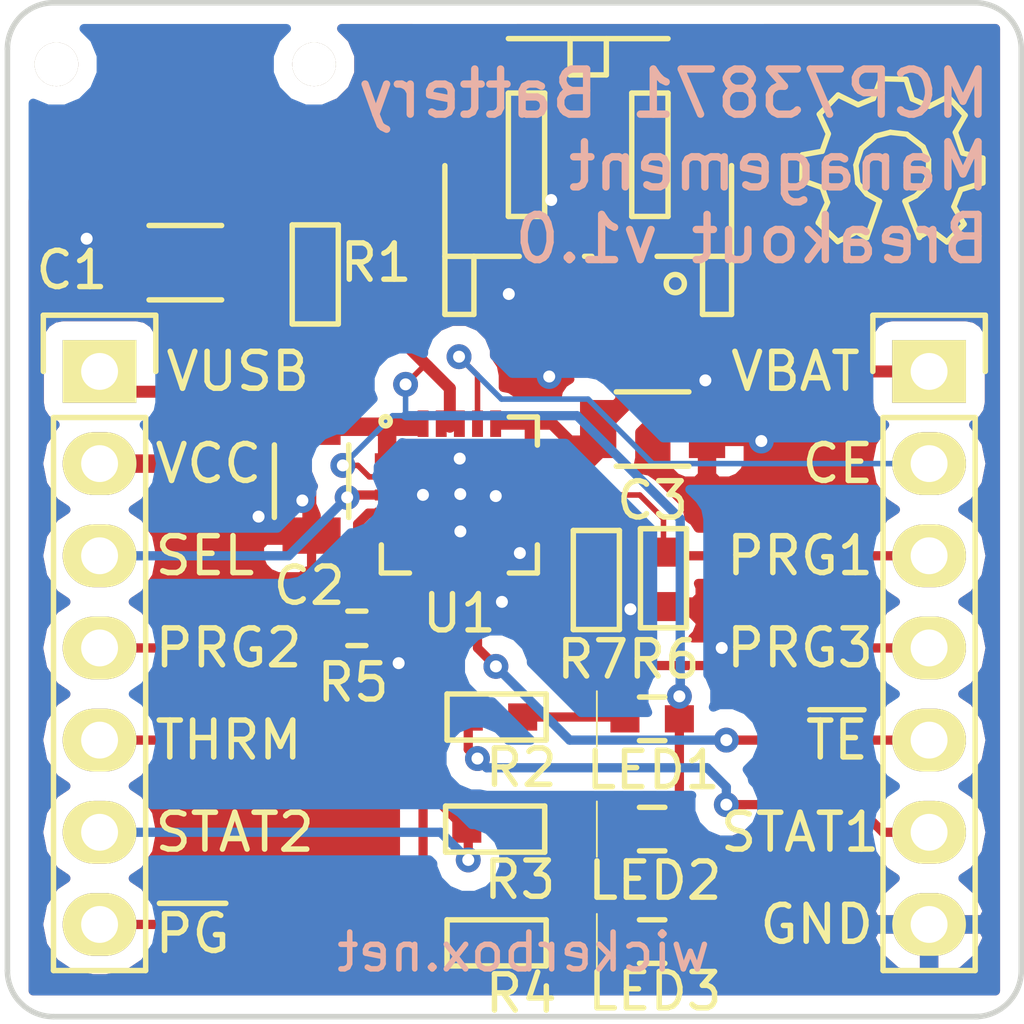
<source format=kicad_pcb>
(kicad_pcb (version 4) (host pcbnew 4.0.5-e0-6337~49~ubuntu16.04.1)

  (general
    (links 50)
    (no_connects 0)
    (area 114.080595 72.35816 152.794834 102.32224)
    (thickness 1.6)
    (drawings 24)
    (tracks 227)
    (zones 0)
    (modules 19)
    (nets 19)
  )

  (page USLetter)
  (title_block
    (title "MCP73871 Battery Management Breakout Board")
    (date "20 Jul 2017")
    (rev 1.0)
    (company "CERN Open Hardware License v1.2")
    (comment 1 jenner@wickerbox.net)
    (comment 2 http://wickerbox.net)
    (comment 3 "Wickerbox Electronics")
  )

  (layers
    (0 F.Cu signal)
    (31 B.Cu signal)
    (34 B.Paste user)
    (35 F.Paste user)
    (36 B.SilkS user)
    (37 F.SilkS user)
    (38 B.Mask user)
    (39 F.Mask user)
    (40 Dwgs.User user)
    (44 Edge.Cuts user)
    (46 B.CrtYd user)
    (47 F.CrtYd user)
    (48 B.Fab user)
    (49 F.Fab user)
  )

  (setup
    (last_trace_width 0.254)
    (user_trace_width 0.1524)
    (user_trace_width 0.254)
    (user_trace_width 0.3302)
    (user_trace_width 0.508)
    (user_trace_width 0.762)
    (user_trace_width 1.27)
    (trace_clearance 0.01524)
    (zone_clearance 0.254)
    (zone_45_only no)
    (trace_min 0.1524)
    (segment_width 0.1524)
    (edge_width 0.1524)
    (via_size 0.6858)
    (via_drill 0.3302)
    (via_min_size 0.6858)
    (via_min_drill 0.3302)
    (user_via 0.6858 0.3302)
    (user_via 0.762 0.4064)
    (user_via 0.8636 0.508)
    (uvia_size 0.6858)
    (uvia_drill 0.3302)
    (uvias_allowed no)
    (uvia_min_size 0)
    (uvia_min_drill 0)
    (pcb_text_width 0.1524)
    (pcb_text_size 1.016 1.016)
    (mod_edge_width 0.1524)
    (mod_text_size 1.016 1.016)
    (mod_text_width 0.1524)
    (pad_size 1.25 1.25)
    (pad_drill 0)
    (pad_to_mask_clearance 0.0762)
    (solder_mask_min_width 0.1016)
    (pad_to_paste_clearance -0.0762)
    (aux_axis_origin 0 0)
    (visible_elements FFFEDF7D)
    (pcbplotparams
      (layerselection 0x310fc_80000001)
      (usegerberextensions true)
      (excludeedgelayer true)
      (linewidth 0.100000)
      (plotframeref false)
      (viasonmask false)
      (mode 1)
      (useauxorigin false)
      (hpglpennumber 1)
      (hpglpenspeed 20)
      (hpglpendiameter 15)
      (hpglpenoverlay 2)
      (psnegative false)
      (psa4output false)
      (plotreference true)
      (plotvalue true)
      (plotinvisibletext false)
      (padsonsilk false)
      (subtractmaskfromsilk false)
      (outputformat 1)
      (mirror false)
      (drillshape 0)
      (scaleselection 1)
      (outputdirectory gerbers))
  )

  (net 0 "")
  (net 1 "Net-(C1-Pad1)")
  (net 2 GND)
  (net 3 VCC)
  (net 4 VBAT)
  (net 5 "Net-(LED1-Pad1)")
  (net 6 VUSB)
  (net 7 "Net-(LED2-Pad1)")
  (net 8 "Net-(LED3-Pad1)")
  (net 9 /STAT1)
  (net 10 /STAT2)
  (net 11 /~PG)
  (net 12 /THERM)
  (net 13 /PROG1)
  (net 14 /PROG3)
  (net 15 /SEL)
  (net 16 /PROG2)
  (net 17 /~TE)
  (net 18 /CE)

  (net_class Default "This is the default net class."
    (clearance 0.01524)
    (trace_width 0.254)
    (via_dia 0.6858)
    (via_drill 0.3302)
    (uvia_dia 0.6858)
    (uvia_drill 0.3302)
    (add_net /CE)
    (add_net /PROG1)
    (add_net /PROG2)
    (add_net /PROG3)
    (add_net /SEL)
    (add_net /STAT1)
    (add_net /STAT2)
    (add_net /THERM)
    (add_net /~PG)
    (add_net /~TE)
    (add_net GND)
    (add_net "Net-(C1-Pad1)")
    (add_net "Net-(LED1-Pad1)")
    (add_net "Net-(LED2-Pad1)")
    (add_net "Net-(LED3-Pad1)")
    (add_net VBAT)
    (add_net VCC)
    (add_net VUSB)
  )

  (module Wickerlib:RLC-1206-SMD (layer F.Cu) (tedit 581570F1) (tstamp 5971139E)
    (at 132.08 85.4075)
    (descr "Capacitor SMD RLC-1206-SMD, reflow soldering, AVX (see smccp.pdf)")
    (tags "capacitor RLC-1206-SMD")
    (path /59717704)
    (attr smd)
    (fp_text reference C3 (at 0 1.9685 180) (layer F.SilkS)
      (effects (font (size 1 1) (thickness 0.15)))
    )
    (fp_text value 4.7uF (at 0 2.3) (layer F.Fab) hide
      (effects (font (size 1 1) (thickness 0.15)))
    )
    (fp_text user %R (at 0 0.03) (layer F.Fab)
      (effects (font (size 1 1) (thickness 0.15)))
    )
    (fp_line (start -2.3 -1.15) (end 2.3 -1.15) (layer F.CrtYd) (width 0.05))
    (fp_line (start -2.3 1.15) (end 2.3 1.15) (layer F.CrtYd) (width 0.05))
    (fp_line (start -2.3 -1.15) (end -2.3 1.15) (layer F.CrtYd) (width 0.05))
    (fp_line (start 2.3 -1.15) (end 2.3 1.15) (layer F.CrtYd) (width 0.05))
    (fp_line (start 1 -1.025) (end -1 -1.025) (layer F.SilkS) (width 0.15))
    (fp_line (start -1 1.025) (end 1 1.025) (layer F.SilkS) (width 0.15))
    (pad 1 smd rect (at -1.5 0) (size 1 1.6) (layers F.Cu F.Paste F.Mask)
      (net 4 VBAT))
    (pad 2 smd rect (at 1.5 0) (size 1 1.6) (layers F.Cu F.Paste F.Mask)
      (net 2 GND))
  )

  (module Wickerlib:RLC-1206-SMD (layer F.Cu) (tedit 581570F1) (tstamp 59711384)
    (at 119.2036 80.8228 180)
    (descr "Capacitor SMD RLC-1206-SMD, reflow soldering, AVX (see smccp.pdf)")
    (tags "capacitor RLC-1206-SMD")
    (path /59717981)
    (attr smd)
    (fp_text reference C1 (at 3.1256 -0.2032 180) (layer F.SilkS)
      (effects (font (size 1 1) (thickness 0.15)))
    )
    (fp_text value 4.7uF (at 0 2.3 180) (layer F.Fab) hide
      (effects (font (size 1 1) (thickness 0.15)))
    )
    (fp_text user %R (at 0 0.03 180) (layer F.Fab)
      (effects (font (size 1 1) (thickness 0.15)))
    )
    (fp_line (start -2.3 -1.15) (end 2.3 -1.15) (layer F.CrtYd) (width 0.05))
    (fp_line (start -2.3 1.15) (end 2.3 1.15) (layer F.CrtYd) (width 0.05))
    (fp_line (start -2.3 -1.15) (end -2.3 1.15) (layer F.CrtYd) (width 0.05))
    (fp_line (start 2.3 -1.15) (end 2.3 1.15) (layer F.CrtYd) (width 0.05))
    (fp_line (start 1 -1.025) (end -1 -1.025) (layer F.SilkS) (width 0.15))
    (fp_line (start -1 1.025) (end 1 1.025) (layer F.SilkS) (width 0.15))
    (pad 1 smd rect (at -1.5 0 180) (size 1 1.6) (layers F.Cu F.Paste F.Mask)
      (net 1 "Net-(C1-Pad1)"))
    (pad 2 smd rect (at 1.5 0 180) (size 1 1.6) (layers F.Cu F.Paste F.Mask)
      (net 2 GND))
  )

  (module Wickerlib:RLC-1206-SMD (layer F.Cu) (tedit 581570F1) (tstamp 59711391)
    (at 122.682 86.844 270)
    (descr "Capacitor SMD RLC-1206-SMD, reflow soldering, AVX (see smccp.pdf)")
    (tags "capacitor RLC-1206-SMD")
    (path /5971768E)
    (attr smd)
    (fp_text reference C2 (at 2.8815 0.0635 360) (layer F.SilkS)
      (effects (font (size 1 1) (thickness 0.15)))
    )
    (fp_text value 4.7uF (at 0 2.3 270) (layer F.Fab) hide
      (effects (font (size 1 1) (thickness 0.15)))
    )
    (fp_text user %R (at 0 0.03 270) (layer F.Fab)
      (effects (font (size 1 1) (thickness 0.15)))
    )
    (fp_line (start -2.3 -1.15) (end 2.3 -1.15) (layer F.CrtYd) (width 0.05))
    (fp_line (start -2.3 1.15) (end 2.3 1.15) (layer F.CrtYd) (width 0.05))
    (fp_line (start -2.3 -1.15) (end -2.3 1.15) (layer F.CrtYd) (width 0.05))
    (fp_line (start 2.3 -1.15) (end 2.3 1.15) (layer F.CrtYd) (width 0.05))
    (fp_line (start 1 -1.025) (end -1 -1.025) (layer F.SilkS) (width 0.15))
    (fp_line (start -1 1.025) (end 1 1.025) (layer F.SilkS) (width 0.15))
    (pad 1 smd rect (at -1.5 0 270) (size 1 1.6) (layers F.Cu F.Paste F.Mask)
      (net 3 VCC))
    (pad 2 smd rect (at 1.5 0 270) (size 1 1.6) (layers F.Cu F.Paste F.Mask)
      (net 2 GND))
  )

  (module Wickerlib:CONN-USB-MICRO-B-AMPHENOL-10118193-0001LF (layer F.Cu) (tedit 5970E6C9) (tstamp 597113B6)
    (at 119.200836 75.356234 180)
    (descr "Micro USB Type B 10103594-0001LF")
    (tags "USB USB_B USB_micro USB_OTG")
    (path /597175FC)
    (attr smd)
    (fp_text reference J1 (at 0 -1.25 180) (layer F.Fab)
      (effects (font (size 2.032 2.032) (thickness 0.254)))
    )
    (fp_text value "MICRO USB" (at -0.25 0.25 180) (layer F.Fab) hide
      (effects (font (size 1 1) (thickness 0.15)))
    )
    (fp_text user %R (at -5.513164 -0.081766 180) (layer F.SilkS) hide
      (effects (font (size 1 1) (thickness 0.15)))
    )
    (fp_line (start -5 1.5) (end -5 -3.75) (layer F.Fab) (width 0.05))
    (fp_line (start 5 1.5) (end -5 1.5) (layer F.Fab) (width 0.05))
    (fp_line (start 5 -3.75) (end 5 1.5) (layer F.Fab) (width 0.05))
    (fp_line (start -5 -3.75) (end 5 -3.75) (layer F.Fab) (width 0.05))
    (fp_line (start 5.0546 1.524) (end -5.08 1.524) (layer F.CrtYd) (width 0.05))
    (fp_line (start -5.08 -3.8608) (end -5.08 1.524) (layer F.CrtYd) (width 0.05))
    (fp_line (start 5.08 -3.8608) (end 5.08 1.524) (layer F.CrtYd) (width 0.05))
    (fp_line (start 5.08 -3.8862) (end -5.0546 -3.8862) (layer F.CrtYd) (width 0.05))
    (pad 1 smd rect (at -1.3 -2.675 270) (size 1.35 0.4) (layers F.Cu F.Paste F.Mask)
      (net 1 "Net-(C1-Pad1)"))
    (pad 2 smd rect (at -0.65 -2.675 270) (size 1.35 0.4) (layers F.Cu F.Paste F.Mask))
    (pad 3 smd rect (at -0.0009 -2.675 270) (size 1.35 0.4) (layers F.Cu F.Paste F.Mask))
    (pad 4 smd rect (at 0.65 -2.675 270) (size 1.35 0.4) (layers F.Cu F.Paste F.Mask))
    (pad 5 smd rect (at 1.3 -2.675 270) (size 1.35 0.4) (layers F.Cu F.Paste F.Mask)
      (net 2 GND))
    (pad 6 smd rect (at -3.2 -2.45 270) (size 1.4 1.6) (layers F.Cu F.Paste F.Mask))
    (pad 6 thru_hole circle (at -3.55 0 270) (size 1.2 1.2) (drill 1.2) (layers *.Cu *.Mask F.SilkS))
    (pad 6 smd rect (at -1.2 0 270) (size 1.9 1.9) (layers F.Cu F.Paste F.Mask))
    (pad 6 smd rect (at 1.2 0 270) (size 1.9 1.9) (layers F.Cu F.Paste F.Mask))
    (pad 6 smd rect (at 3.2 -2.45 270) (size 1.4 1.6) (layers F.Cu F.Paste F.Mask))
    (pad 6 thru_hole circle (at 3.55 0 270) (size 1.2 1.2) (drill 1.2) (layers *.Cu *.Mask F.SilkS))
  )

  (module Wickerlib:CONN-JST-S2B-PH-SM4-TB (layer F.Cu) (tedit 5970E6C7) (tstamp 597113DF)
    (at 130.3056 78.8734 180)
    (descr "JST PH series connector, S2B-PH-SM4-TB")
    (tags "connector jst ph")
    (path /59718134)
    (attr smd)
    (fp_text reference J2 (at 0 0.25 180) (layer F.Fab)
      (effects (font (size 2.032 2.032) (thickness 0.254)))
    )
    (fp_text value "JST PH" (at 0 5.725 180) (layer F.Fab) hide
      (effects (font (size 1 1) (thickness 0.15)))
    )
    (fp_text user %R (at -5.8384 3.9434 180) (layer F.SilkS) hide
      (effects (font (size 1 1) (thickness 0.15)))
    )
    (fp_line (start -4.75 5) (end -4.75 -5) (layer F.Fab) (width 0.0508))
    (fp_line (start 4.75 5) (end -4.75 5) (layer F.Fab) (width 0.0508))
    (fp_line (start 4.75 -5) (end 4.75 5) (layer F.Fab) (width 0.0508))
    (fp_line (start -4.75 -5) (end 4.75 -5) (layer F.Fab) (width 0.0508))
    (fp_circle (center -2.4 -2.525) (end -2.15 -2.525) (layer F.SilkS) (width 0.15))
    (fp_line (start -0.5 4.225) (end -0.5 3.225) (layer F.SilkS) (width 0.15))
    (fp_line (start -0.5 3.225) (end 0.5 3.225) (layer F.SilkS) (width 0.15))
    (fp_line (start 0.5 3.225) (end 0.5 4.225) (layer F.SilkS) (width 0.15))
    (fp_line (start -1.9 -1.775) (end -3.15 -1.775) (layer F.SilkS) (width 0.15))
    (fp_line (start -3.15 -1.775) (end -3.15 -3.375) (layer F.SilkS) (width 0.15))
    (fp_line (start -3.15 -3.375) (end -3.95 -3.375) (layer F.SilkS) (width 0.15))
    (fp_line (start -3.95 -3.375) (end -3.95 0.725) (layer F.SilkS) (width 0.15))
    (fp_line (start -3.15 -1.775) (end -3.95 -1.775) (layer F.SilkS) (width 0.15))
    (fp_line (start 1.9 -1.775) (end 3.15 -1.775) (layer F.SilkS) (width 0.15))
    (fp_line (start 3.15 -1.775) (end 3.15 -3.375) (layer F.SilkS) (width 0.15))
    (fp_line (start 3.15 -3.375) (end 3.95 -3.375) (layer F.SilkS) (width 0.15))
    (fp_line (start 3.95 -3.375) (end 3.95 0.725) (layer F.SilkS) (width 0.15))
    (fp_line (start 3.15 -1.775) (end 3.95 -1.775) (layer F.SilkS) (width 0.15))
    (fp_line (start -2.2 4.225) (end 2.2 4.225) (layer F.SilkS) (width 0.15))
    (fp_line (start -2.2 -0.675) (end -2.2 2.725) (layer F.SilkS) (width 0.15))
    (fp_line (start -2.2 2.725) (end -1.2 2.725) (layer F.SilkS) (width 0.15))
    (fp_line (start -1.2 2.725) (end -1.2 -0.675) (layer F.SilkS) (width 0.15))
    (fp_line (start -1.2 -0.675) (end -2.2 -0.675) (layer F.SilkS) (width 0.15))
    (fp_line (start 2.2 -0.675) (end 2.2 2.725) (layer F.SilkS) (width 0.15))
    (fp_line (start 2.2 2.725) (end 1.2 2.725) (layer F.SilkS) (width 0.15))
    (fp_line (start 1.2 2.725) (end 1.2 -0.675) (layer F.SilkS) (width 0.15))
    (fp_line (start 1.2 -0.675) (end 2.2 -0.675) (layer F.SilkS) (width 0.15))
    (fp_line (start -0.1 -1.775) (end 0.1 -1.775) (layer F.SilkS) (width 0.15))
    (fp_line (start -4.7 5) (end -4.7 -5.05) (layer F.CrtYd) (width 0.05))
    (fp_line (start 4.7 -5.05) (end 4.7 5) (layer F.CrtYd) (width 0.05))
    (fp_line (start 4.7 5) (end -4.7 5) (layer F.CrtYd) (width 0.05))
    (fp_line (start -4.7 -5.05) (end 4.7 -5.05) (layer F.CrtYd) (width 0.05))
    (pad 1 smd rect (at -1 -2.775 180) (size 1 3.5) (layers F.Cu F.Paste F.Mask)
      (net 4 VBAT))
    (pad 2 smd rect (at 1 -2.775 180) (size 1 3.5) (layers F.Cu F.Paste F.Mask)
      (net 2 GND))
    (pad "" smd rect (at -3.4 2.775 180) (size 1.6 3.4) (layers F.Cu F.Paste F.Mask))
    (pad "" smd rect (at 3.4 2.775 180) (size 1.6 3.4) (layers F.Cu F.Paste F.Mask))
  )

  (module Wickerlib:CONN-HEADER-STRAIGHT-P2.54MM-1x07 (layer F.Cu) (tedit 5970E5EA) (tstamp 597113FA)
    (at 116.84 83.82)
    (descr "Through hole pin header")
    (tags "pin header")
    (path /5971B40E)
    (fp_text reference J3 (at 0 9.75 90) (layer F.Fab)
      (effects (font (size 2.032 2.032) (thickness 0.254)))
    )
    (fp_text value BREAKOUT1 (at 0 8.75 90) (layer F.Fab) hide
      (effects (font (size 1 1) (thickness 0.15)))
    )
    (fp_line (start -1.75 17) (end -1.75 -1.75) (layer F.Fab) (width 0.05))
    (fp_line (start 1.75 17) (end -1.75 17) (layer F.Fab) (width 0.05))
    (fp_line (start 1.75 -1.75) (end 1.75 17) (layer F.Fab) (width 0.05))
    (fp_line (start -1.75 -1.75) (end 1.75 -1.75) (layer F.Fab) (width 0.05))
    (fp_text user J5 (at -0.762 -2.54) (layer F.SilkS) hide
      (effects (font (size 1 1) (thickness 0.15)))
    )
    (fp_line (start -1.75 -1.75) (end -1.75 17) (layer F.CrtYd) (width 0.05))
    (fp_line (start 1.75 -1.75) (end 1.75 17) (layer F.CrtYd) (width 0.05))
    (fp_line (start -1.75 -1.75) (end 1.75 -1.75) (layer F.CrtYd) (width 0.05))
    (fp_line (start -1.75 17) (end 1.75 17) (layer F.CrtYd) (width 0.05))
    (fp_line (start 1.27 1.27) (end 1.27 16.51) (layer F.SilkS) (width 0.15))
    (fp_line (start 1.27 16.51) (end -1.27 16.51) (layer F.SilkS) (width 0.15))
    (fp_line (start -1.27 16.51) (end -1.27 1.27) (layer F.SilkS) (width 0.15))
    (fp_line (start 1.55 -1.55) (end 1.55 0) (layer F.SilkS) (width 0.15))
    (fp_line (start 1.27 1.27) (end -1.27 1.27) (layer F.SilkS) (width 0.15))
    (fp_line (start -1.55 0) (end -1.55 -1.55) (layer F.SilkS) (width 0.15))
    (fp_line (start -1.55 -1.55) (end 1.55 -1.55) (layer F.SilkS) (width 0.15))
    (pad 1 thru_hole rect (at 0 0) (size 2.032 1.7272) (drill 1.016) (layers *.Cu *.Mask F.SilkS)
      (net 6 VUSB))
    (pad 2 thru_hole oval (at 0 2.54) (size 2.032 1.7272) (drill 1.016) (layers *.Cu *.Mask F.SilkS)
      (net 3 VCC))
    (pad 3 thru_hole oval (at 0 5.08) (size 2.032 1.7272) (drill 1.016) (layers *.Cu *.Mask F.SilkS)
      (net 15 /SEL))
    (pad 4 thru_hole oval (at 0 7.62) (size 2.032 1.7272) (drill 1.016) (layers *.Cu *.Mask F.SilkS)
      (net 16 /PROG2))
    (pad 5 thru_hole oval (at 0 10.16) (size 2.032 1.7272) (drill 1.016) (layers *.Cu *.Mask F.SilkS)
      (net 12 /THERM))
    (pad 6 thru_hole oval (at 0 12.7) (size 2.032 1.7272) (drill 1.016) (layers *.Cu *.Mask F.SilkS)
      (net 10 /STAT2))
    (pad 7 thru_hole oval (at 0 15.24) (size 2.032 1.7272) (drill 1.016) (layers *.Cu *.Mask F.SilkS)
      (net 11 /~PG))
  )

  (module Wickerlib:CONN-HEADER-STRAIGHT-P2.54MM-1x07 (layer F.Cu) (tedit 5970E5EC) (tstamp 59711415)
    (at 139.7 83.82)
    (descr "Through hole pin header")
    (tags "pin header")
    (path /5971B4A5)
    (fp_text reference J4 (at 0 9.75 90) (layer F.Fab)
      (effects (font (size 2.032 2.032) (thickness 0.254)))
    )
    (fp_text value BREAKOUT2 (at 0 8.75 90) (layer F.Fab) hide
      (effects (font (size 1 1) (thickness 0.15)))
    )
    (fp_line (start -1.75 17) (end -1.75 -1.75) (layer F.Fab) (width 0.05))
    (fp_line (start 1.75 17) (end -1.75 17) (layer F.Fab) (width 0.05))
    (fp_line (start 1.75 -1.75) (end 1.75 17) (layer F.Fab) (width 0.05))
    (fp_line (start -1.75 -1.75) (end 1.75 -1.75) (layer F.Fab) (width 0.05))
    (fp_text user J5 (at 0 -2.286) (layer F.SilkS) hide
      (effects (font (size 1 1) (thickness 0.15)))
    )
    (fp_line (start -1.75 -1.75) (end -1.75 17) (layer F.CrtYd) (width 0.05))
    (fp_line (start 1.75 -1.75) (end 1.75 17) (layer F.CrtYd) (width 0.05))
    (fp_line (start -1.75 -1.75) (end 1.75 -1.75) (layer F.CrtYd) (width 0.05))
    (fp_line (start -1.75 17) (end 1.75 17) (layer F.CrtYd) (width 0.05))
    (fp_line (start 1.27 1.27) (end 1.27 16.51) (layer F.SilkS) (width 0.15))
    (fp_line (start 1.27 16.51) (end -1.27 16.51) (layer F.SilkS) (width 0.15))
    (fp_line (start -1.27 16.51) (end -1.27 1.27) (layer F.SilkS) (width 0.15))
    (fp_line (start 1.55 -1.55) (end 1.55 0) (layer F.SilkS) (width 0.15))
    (fp_line (start 1.27 1.27) (end -1.27 1.27) (layer F.SilkS) (width 0.15))
    (fp_line (start -1.55 0) (end -1.55 -1.55) (layer F.SilkS) (width 0.15))
    (fp_line (start -1.55 -1.55) (end 1.55 -1.55) (layer F.SilkS) (width 0.15))
    (pad 1 thru_hole rect (at 0 0) (size 2.032 1.7272) (drill 1.016) (layers *.Cu *.Mask F.SilkS)
      (net 4 VBAT))
    (pad 2 thru_hole oval (at 0 2.54) (size 2.032 1.7272) (drill 1.016) (layers *.Cu *.Mask F.SilkS)
      (net 18 /CE))
    (pad 3 thru_hole oval (at 0 5.08) (size 2.032 1.7272) (drill 1.016) (layers *.Cu *.Mask F.SilkS)
      (net 13 /PROG1))
    (pad 4 thru_hole oval (at 0 7.62) (size 2.032 1.7272) (drill 1.016) (layers *.Cu *.Mask F.SilkS)
      (net 14 /PROG3))
    (pad 5 thru_hole oval (at 0 10.16) (size 2.032 1.7272) (drill 1.016) (layers *.Cu *.Mask F.SilkS)
      (net 17 /~TE))
    (pad 6 thru_hole oval (at 0 12.7) (size 2.032 1.7272) (drill 1.016) (layers *.Cu *.Mask F.SilkS)
      (net 9 /STAT1))
    (pad 7 thru_hole oval (at 0 15.24) (size 2.032 1.7272) (drill 1.016) (layers *.Cu *.Mask F.SilkS)
      (net 2 GND))
  )

  (module Wickerlib:LED-0603-SMD (layer F.Cu) (tedit 57903B26) (tstamp 59711428)
    (at 132.068 93.39349)
    (descr "Capacitor SMD 0603, reflow soldering, AVX (see smccp.pdf)")
    (tags "capacitor 0603")
    (path /5971C1D8)
    (attr smd)
    (fp_text reference LED1 (at 0.09 0.04) (layer F.Fab)
      (effects (font (size 0.8 0.8) (thickness 0.15)))
    )
    (fp_text value AMBER (at 0 1.9) (layer F.Fab) hide
      (effects (font (size 1 1) (thickness 0.15)))
    )
    (fp_line (start -1.524 0.762) (end -1.524 -0.762) (layer F.SilkS) (width 0.05))
    (fp_line (start -2.032 -0.762) (end -2.032 0.762) (layer F.Fab) (width 0.05))
    (fp_text user %R (at 0.025076 1.41201) (layer F.SilkS)
      (effects (font (size 1 1) (thickness 0.15)))
    )
    (fp_line (start -1.778 -0.762) (end 2.032 -0.762) (layer F.Fab) (width 0.05))
    (fp_line (start -1.45 0.75) (end 1.45 0.75) (layer F.CrtYd) (width 0.05))
    (fp_line (start -1.45 -0.75) (end -1.45 0.75) (layer F.CrtYd) (width 0.05))
    (fp_line (start 1.45 -0.75) (end 1.45 0.75) (layer F.CrtYd) (width 0.05))
    (fp_line (start -0.35 -0.6) (end 0.35 -0.6) (layer F.SilkS) (width 0.15))
    (fp_line (start 0.35 0.6) (end -0.35 0.6) (layer F.SilkS) (width 0.15))
    (fp_line (start -1.45 -0.75) (end 1.45 -0.762) (layer F.CrtYd) (width 0.05))
    (fp_line (start -1.778 -0.75) (end -1.778 0.75) (layer F.Fab) (width 0.05))
    (fp_line (start 2.032 -0.75) (end 2.032 0.75) (layer F.Fab) (width 0.05))
    (fp_line (start -1.778 0.762) (end 2.032 0.762) (layer F.Fab) (width 0.05))
    (pad 1 smd rect (at -0.75 0) (size 0.8 0.75) (layers F.Cu F.Paste F.Mask)
      (net 5 "Net-(LED1-Pad1)"))
    (pad 2 smd rect (at 0.75 0) (size 0.8 0.75) (layers F.Cu F.Paste F.Mask)
      (net 6 VUSB))
  )

  (module Wickerlib:LED-0603-SMD (layer F.Cu) (tedit 57903B26) (tstamp 5971143B)
    (at 132.068 96.432162)
    (descr "Capacitor SMD 0603, reflow soldering, AVX (see smccp.pdf)")
    (tags "capacitor 0603")
    (path /5971C562)
    (attr smd)
    (fp_text reference LED2 (at 0.09 0.04) (layer F.Fab)
      (effects (font (size 0.8 0.8) (thickness 0.15)))
    )
    (fp_text value AMBER (at 0 1.9) (layer F.Fab) hide
      (effects (font (size 1 1) (thickness 0.15)))
    )
    (fp_line (start -1.524 0.762) (end -1.524 -0.762) (layer F.SilkS) (width 0.05))
    (fp_line (start -2.032 -0.762) (end -2.032 0.762) (layer F.Fab) (width 0.05))
    (fp_text user %R (at 0.0755 1.421338) (layer F.SilkS)
      (effects (font (size 1 1) (thickness 0.15)))
    )
    (fp_line (start -1.778 -0.762) (end 2.032 -0.762) (layer F.Fab) (width 0.05))
    (fp_line (start -1.45 0.75) (end 1.45 0.75) (layer F.CrtYd) (width 0.05))
    (fp_line (start -1.45 -0.75) (end -1.45 0.75) (layer F.CrtYd) (width 0.05))
    (fp_line (start 1.45 -0.75) (end 1.45 0.75) (layer F.CrtYd) (width 0.05))
    (fp_line (start -0.35 -0.6) (end 0.35 -0.6) (layer F.SilkS) (width 0.15))
    (fp_line (start 0.35 0.6) (end -0.35 0.6) (layer F.SilkS) (width 0.15))
    (fp_line (start -1.45 -0.75) (end 1.45 -0.762) (layer F.CrtYd) (width 0.05))
    (fp_line (start -1.778 -0.75) (end -1.778 0.75) (layer F.Fab) (width 0.05))
    (fp_line (start 2.032 -0.75) (end 2.032 0.75) (layer F.Fab) (width 0.05))
    (fp_line (start -1.778 0.762) (end 2.032 0.762) (layer F.Fab) (width 0.05))
    (pad 1 smd rect (at -0.75 0) (size 0.8 0.75) (layers F.Cu F.Paste F.Mask)
      (net 7 "Net-(LED2-Pad1)"))
    (pad 2 smd rect (at 0.75 0) (size 0.8 0.75) (layers F.Cu F.Paste F.Mask)
      (net 6 VUSB))
  )

  (module Wickerlib:LED-0603-SMD (layer F.Cu) (tedit 57903B26) (tstamp 5971144E)
    (at 132.068 99.532)
    (descr "Capacitor SMD 0603, reflow soldering, AVX (see smccp.pdf)")
    (tags "capacitor 0603")
    (path /5971C5C4)
    (attr smd)
    (fp_text reference LED3 (at 0.09 0.04) (layer F.Fab)
      (effects (font (size 0.8 0.8) (thickness 0.15)))
    )
    (fp_text value AMBER (at 0 1.9) (layer F.Fab) hide
      (effects (font (size 1 1) (thickness 0.15)))
    )
    (fp_line (start -1.524 0.762) (end -1.524 -0.762) (layer F.SilkS) (width 0.05))
    (fp_line (start -2.032 -0.762) (end -2.032 0.762) (layer F.Fab) (width 0.05))
    (fp_text user %R (at 0.0755 1.3695) (layer F.SilkS)
      (effects (font (size 1 1) (thickness 0.15)))
    )
    (fp_line (start -1.778 -0.762) (end 2.032 -0.762) (layer F.Fab) (width 0.05))
    (fp_line (start -1.45 0.75) (end 1.45 0.75) (layer F.CrtYd) (width 0.05))
    (fp_line (start -1.45 -0.75) (end -1.45 0.75) (layer F.CrtYd) (width 0.05))
    (fp_line (start 1.45 -0.75) (end 1.45 0.75) (layer F.CrtYd) (width 0.05))
    (fp_line (start -0.35 -0.6) (end 0.35 -0.6) (layer F.SilkS) (width 0.15))
    (fp_line (start 0.35 0.6) (end -0.35 0.6) (layer F.SilkS) (width 0.15))
    (fp_line (start -1.45 -0.75) (end 1.45 -0.762) (layer F.CrtYd) (width 0.05))
    (fp_line (start -1.778 -0.75) (end -1.778 0.75) (layer F.Fab) (width 0.05))
    (fp_line (start 2.032 -0.75) (end 2.032 0.75) (layer F.Fab) (width 0.05))
    (fp_line (start -1.778 0.762) (end 2.032 0.762) (layer F.Fab) (width 0.05))
    (pad 1 smd rect (at -0.75 0) (size 0.8 0.75) (layers F.Cu F.Paste F.Mask)
      (net 8 "Net-(LED3-Pad1)"))
    (pad 2 smd rect (at 0.75 0) (size 0.8 0.75) (layers F.Cu F.Paste F.Mask)
      (net 6 VUSB))
  )

  (module Wickerlib:RLC-0603-SMD (layer F.Cu) (tedit 579029AB) (tstamp 59711461)
    (at 122.7836 81.1156 90)
    (descr "Capacitor SMD RLC-0603-SMD, reflow soldering, AVX (see smccp.pdf)")
    (tags "capacitor RLC-0603-SMD")
    (path /59722738)
    (attr smd)
    (fp_text reference R1 (at 0.09 0.04 90) (layer F.Fab)
      (effects (font (size 0.8 0.8) (thickness 0.15)))
    )
    (fp_text value "0 ohm" (at 0 1.9 90) (layer F.Fab) hide
      (effects (font (size 1 1) (thickness 0.15)))
    )
    (fp_line (start -1.397 -0.635) (end -1.397 0.635) (layer F.SilkS) (width 0.1524))
    (fp_line (start 1.3335 -0.635) (end 1.3335 0.635) (layer F.SilkS) (width 0.1524))
    (fp_text user %R (at 0.2928 1.6764 180) (layer F.SilkS)
      (effects (font (size 1 1) (thickness 0.15)))
    )
    (fp_line (start -1.45 -0.75) (end 1.45 -0.75) (layer F.Fab) (width 0.05))
    (fp_line (start -1.45 0.75) (end 1.45 0.75) (layer F.CrtYd) (width 0.05))
    (fp_line (start -1.45 -0.75) (end -1.45 0.75) (layer F.CrtYd) (width 0.05))
    (fp_line (start 1.45 -0.75) (end 1.45 0.75) (layer F.CrtYd) (width 0.05))
    (fp_line (start -1.397 -0.635) (end 1.3335 -0.635) (layer F.SilkS) (width 0.15))
    (fp_line (start 1.3335 0.635) (end -1.397 0.635) (layer F.SilkS) (width 0.15))
    (fp_line (start -1.45 -0.75) (end 1.45 -0.75) (layer F.CrtYd) (width 0.05))
    (fp_line (start -1.45 -0.75) (end -1.45 0.75) (layer F.Fab) (width 0.05))
    (fp_line (start 1.45 -0.75) (end 1.45 0.75) (layer F.Fab) (width 0.05))
    (fp_line (start -1.45 0.75) (end 1.45 0.75) (layer F.Fab) (width 0.05))
    (pad 1 smd rect (at -0.75 0 90) (size 0.8 0.75) (layers F.Cu F.Paste F.Mask)
      (net 6 VUSB))
    (pad 2 smd rect (at 0.75 0 90) (size 0.8 0.75) (layers F.Cu F.Paste F.Mask)
      (net 1 "Net-(C1-Pad1)"))
  )

  (module Wickerlib:RLC-0603-SMD (layer F.Cu) (tedit 579029AB) (tstamp 59711474)
    (at 127.75 93.34349 180)
    (descr "Capacitor SMD RLC-0603-SMD, reflow soldering, AVX (see smccp.pdf)")
    (tags "capacitor RLC-0603-SMD")
    (path /5971C346)
    (attr smd)
    (fp_text reference R2 (at 0.09 0.04 180) (layer F.Fab)
      (effects (font (size 0.8 0.8) (thickness 0.15)))
    )
    (fp_text value 470 (at 0 1.9 180) (layer F.Fab) hide
      (effects (font (size 1 1) (thickness 0.15)))
    )
    (fp_line (start -1.397 -0.635) (end -1.397 0.635) (layer F.SilkS) (width 0.1524))
    (fp_line (start 1.3335 -0.635) (end 1.3335 0.635) (layer F.SilkS) (width 0.1524))
    (fp_text user %R (at -0.7105 -1.397 180) (layer F.SilkS)
      (effects (font (size 1 1) (thickness 0.15)))
    )
    (fp_line (start -1.45 -0.75) (end 1.45 -0.75) (layer F.Fab) (width 0.05))
    (fp_line (start -1.45 0.75) (end 1.45 0.75) (layer F.CrtYd) (width 0.05))
    (fp_line (start -1.45 -0.75) (end -1.45 0.75) (layer F.CrtYd) (width 0.05))
    (fp_line (start 1.45 -0.75) (end 1.45 0.75) (layer F.CrtYd) (width 0.05))
    (fp_line (start -1.397 -0.635) (end 1.3335 -0.635) (layer F.SilkS) (width 0.15))
    (fp_line (start 1.3335 0.635) (end -1.397 0.635) (layer F.SilkS) (width 0.15))
    (fp_line (start -1.45 -0.75) (end 1.45 -0.75) (layer F.CrtYd) (width 0.05))
    (fp_line (start -1.45 -0.75) (end -1.45 0.75) (layer F.Fab) (width 0.05))
    (fp_line (start 1.45 -0.75) (end 1.45 0.75) (layer F.Fab) (width 0.05))
    (fp_line (start -1.45 0.75) (end 1.45 0.75) (layer F.Fab) (width 0.05))
    (pad 1 smd rect (at -0.75 0 180) (size 0.8 0.75) (layers F.Cu F.Paste F.Mask)
      (net 5 "Net-(LED1-Pad1)"))
    (pad 2 smd rect (at 0.75 0 180) (size 0.8 0.75) (layers F.Cu F.Paste F.Mask)
      (net 9 /STAT1))
  )

  (module Wickerlib:RLC-0603-SMD (layer F.Cu) (tedit 579029AB) (tstamp 59711487)
    (at 127.710128 96.432162 180)
    (descr "Capacitor SMD RLC-0603-SMD, reflow soldering, AVX (see smccp.pdf)")
    (tags "capacitor RLC-0603-SMD")
    (path /5971C765)
    (attr smd)
    (fp_text reference R3 (at 0.09 0.04 180) (layer F.Fab)
      (effects (font (size 0.8 0.8) (thickness 0.15)))
    )
    (fp_text value 470 (at 0 1.9 180) (layer F.Fab) hide
      (effects (font (size 1 1) (thickness 0.15)))
    )
    (fp_line (start -1.397 -0.635) (end -1.397 0.635) (layer F.SilkS) (width 0.1524))
    (fp_line (start 1.3335 -0.635) (end 1.3335 0.635) (layer F.SilkS) (width 0.1524))
    (fp_text user %R (at -0.7105 -1.397 180) (layer F.SilkS)
      (effects (font (size 1 1) (thickness 0.15)))
    )
    (fp_line (start -1.45 -0.75) (end 1.45 -0.75) (layer F.Fab) (width 0.05))
    (fp_line (start -1.45 0.75) (end 1.45 0.75) (layer F.CrtYd) (width 0.05))
    (fp_line (start -1.45 -0.75) (end -1.45 0.75) (layer F.CrtYd) (width 0.05))
    (fp_line (start 1.45 -0.75) (end 1.45 0.75) (layer F.CrtYd) (width 0.05))
    (fp_line (start -1.397 -0.635) (end 1.3335 -0.635) (layer F.SilkS) (width 0.15))
    (fp_line (start 1.3335 0.635) (end -1.397 0.635) (layer F.SilkS) (width 0.15))
    (fp_line (start -1.45 -0.75) (end 1.45 -0.75) (layer F.CrtYd) (width 0.05))
    (fp_line (start -1.45 -0.75) (end -1.45 0.75) (layer F.Fab) (width 0.05))
    (fp_line (start 1.45 -0.75) (end 1.45 0.75) (layer F.Fab) (width 0.05))
    (fp_line (start -1.45 0.75) (end 1.45 0.75) (layer F.Fab) (width 0.05))
    (pad 1 smd rect (at -0.75 0 180) (size 0.8 0.75) (layers F.Cu F.Paste F.Mask)
      (net 7 "Net-(LED2-Pad1)"))
    (pad 2 smd rect (at 0.75 0 180) (size 0.8 0.75) (layers F.Cu F.Paste F.Mask)
      (net 10 /STAT2))
  )

  (module Wickerlib:RLC-0603-SMD (layer F.Cu) (tedit 579029AB) (tstamp 5971149A)
    (at 127.75 99.568 180)
    (descr "Capacitor SMD RLC-0603-SMD, reflow soldering, AVX (see smccp.pdf)")
    (tags "capacitor RLC-0603-SMD")
    (path /5971C7C9)
    (attr smd)
    (fp_text reference R4 (at 0.09 0.04 180) (layer F.Fab)
      (effects (font (size 0.8 0.8) (thickness 0.15)))
    )
    (fp_text value 470 (at 0 1.9 180) (layer F.Fab) hide
      (effects (font (size 1 1) (thickness 0.15)))
    )
    (fp_line (start -1.397 -0.635) (end -1.397 0.635) (layer F.SilkS) (width 0.1524))
    (fp_line (start 1.3335 -0.635) (end 1.3335 0.635) (layer F.SilkS) (width 0.1524))
    (fp_text user %R (at -0.7105 -1.397 180) (layer F.SilkS)
      (effects (font (size 1 1) (thickness 0.15)))
    )
    (fp_line (start -1.45 -0.75) (end 1.45 -0.75) (layer F.Fab) (width 0.05))
    (fp_line (start -1.45 0.75) (end 1.45 0.75) (layer F.CrtYd) (width 0.05))
    (fp_line (start -1.45 -0.75) (end -1.45 0.75) (layer F.CrtYd) (width 0.05))
    (fp_line (start 1.45 -0.75) (end 1.45 0.75) (layer F.CrtYd) (width 0.05))
    (fp_line (start -1.397 -0.635) (end 1.3335 -0.635) (layer F.SilkS) (width 0.15))
    (fp_line (start 1.3335 0.635) (end -1.397 0.635) (layer F.SilkS) (width 0.15))
    (fp_line (start -1.45 -0.75) (end 1.45 -0.75) (layer F.CrtYd) (width 0.05))
    (fp_line (start -1.45 -0.75) (end -1.45 0.75) (layer F.Fab) (width 0.05))
    (fp_line (start 1.45 -0.75) (end 1.45 0.75) (layer F.Fab) (width 0.05))
    (fp_line (start -1.45 0.75) (end 1.45 0.75) (layer F.Fab) (width 0.05))
    (pad 1 smd rect (at -0.75 0 180) (size 0.8 0.75) (layers F.Cu F.Paste F.Mask)
      (net 8 "Net-(LED3-Pad1)"))
    (pad 2 smd rect (at 0.75 0 180) (size 0.8 0.75) (layers F.Cu F.Paste F.Mask)
      (net 11 /~PG))
  )

  (module Wickerlib:RLC-0402-SMD (layer F.Cu) (tedit 56BCBBF5) (tstamp 597114AB)
    (at 123.93 90.9)
    (descr "Capacitor SMD RLC-0402-SMD, reflow soldering, AVX (see smccp.pdf)")
    (tags "capacitor RLC-0402-SMD")
    (path /5971DEA2)
    (attr smd)
    (fp_text reference R5 (at 0 0) (layer F.Fab)
      (effects (font (size 0.8 0.8) (thickness 0.15)))
    )
    (fp_text value "NTC 10K" (at 0 1.7) (layer F.Fab) hide
      (effects (font (size 1 1) (thickness 0.15)))
    )
    (fp_text user %R (at -0.105 1.4925) (layer F.SilkS)
      (effects (font (size 1 1) (thickness 0.15)))
    )
    (fp_line (start -1.15 -0.6) (end 1.15 -0.6) (layer F.CrtYd) (width 0.05))
    (fp_line (start -1.15 0.6) (end 1.15 0.6) (layer F.CrtYd) (width 0.05))
    (fp_line (start -1.15 -0.6) (end -1.15 0.6) (layer F.CrtYd) (width 0.05))
    (fp_line (start 1.15 -0.6) (end 1.15 0.6) (layer F.CrtYd) (width 0.05))
    (fp_line (start 0.25 -0.475) (end -0.25 -0.475) (layer F.SilkS) (width 0.15))
    (fp_line (start -0.25 0.475) (end 0.25 0.475) (layer F.SilkS) (width 0.15))
    (fp_line (start -1.15 -0.6) (end -1.15 0.6) (layer F.Fab) (width 0.05))
    (fp_line (start -1.15 -0.6) (end 1.15 -0.6) (layer F.Fab) (width 0.05))
    (fp_line (start 1.15 -0.6) (end 1.15 0.6) (layer F.Fab) (width 0.05))
    (fp_line (start -1.15 0.6) (end 1.15 0.6) (layer F.Fab) (width 0.05))
    (pad 1 smd rect (at -0.55 0) (size 0.6 0.5) (layers F.Cu F.Paste F.Mask)
      (net 12 /THERM) (solder_paste_margin -0.0254))
    (pad 2 smd rect (at 0.55 0) (size 0.6 0.5) (layers F.Cu F.Paste F.Mask)
      (net 2 GND) (solder_paste_margin -0.0254))
  )

  (module Wickerlib:RLC-0603-SMD (layer F.Cu) (tedit 579029AB) (tstamp 597114BE)
    (at 132.38 89.55 270)
    (descr "Capacitor SMD RLC-0603-SMD, reflow soldering, AVX (see smccp.pdf)")
    (tags "capacitor RLC-0603-SMD")
    (path /5971FB5E)
    (attr smd)
    (fp_text reference R6 (at 0.09 0.04 270) (layer F.Fab)
      (effects (font (size 0.8 0.8) (thickness 0.15)))
    )
    (fp_text value 2K (at 0 1.9 270) (layer F.Fab) hide
      (effects (font (size 1 1) (thickness 0.15)))
    )
    (fp_line (start -1.397 -0.635) (end -1.397 0.635) (layer F.SilkS) (width 0.1524))
    (fp_line (start 1.3335 -0.635) (end 1.3335 0.635) (layer F.SilkS) (width 0.1524))
    (fp_text user %R (at 2.2075 -0.0175 540) (layer F.SilkS)
      (effects (font (size 1 1) (thickness 0.15)))
    )
    (fp_line (start -1.45 -0.75) (end 1.45 -0.75) (layer F.Fab) (width 0.05))
    (fp_line (start -1.45 0.75) (end 1.45 0.75) (layer F.CrtYd) (width 0.05))
    (fp_line (start -1.45 -0.75) (end -1.45 0.75) (layer F.CrtYd) (width 0.05))
    (fp_line (start 1.45 -0.75) (end 1.45 0.75) (layer F.CrtYd) (width 0.05))
    (fp_line (start -1.397 -0.635) (end 1.3335 -0.635) (layer F.SilkS) (width 0.15))
    (fp_line (start 1.3335 0.635) (end -1.397 0.635) (layer F.SilkS) (width 0.15))
    (fp_line (start -1.45 -0.75) (end 1.45 -0.75) (layer F.CrtYd) (width 0.05))
    (fp_line (start -1.45 -0.75) (end -1.45 0.75) (layer F.Fab) (width 0.05))
    (fp_line (start 1.45 -0.75) (end 1.45 0.75) (layer F.Fab) (width 0.05))
    (fp_line (start -1.45 0.75) (end 1.45 0.75) (layer F.Fab) (width 0.05))
    (pad 1 smd rect (at -0.75 0 270) (size 0.8 0.75) (layers F.Cu F.Paste F.Mask)
      (net 13 /PROG1))
    (pad 2 smd rect (at 0.75 0 270) (size 0.8 0.75) (layers F.Cu F.Paste F.Mask)
      (net 2 GND))
  )

  (module Wickerlib:RLC-0603-SMD (layer F.Cu) (tedit 579029AB) (tstamp 597114D1)
    (at 130.53 89.6 270)
    (descr "Capacitor SMD RLC-0603-SMD, reflow soldering, AVX (see smccp.pdf)")
    (tags "capacitor RLC-0603-SMD")
    (path /5971FC0F)
    (attr smd)
    (fp_text reference R7 (at 0.09 0.04 270) (layer F.Fab)
      (effects (font (size 0.8 0.8) (thickness 0.15)))
    )
    (fp_text value 100K (at 0 1.9 270) (layer F.Fab) hide
      (effects (font (size 1 1) (thickness 0.15)))
    )
    (fp_line (start -1.397 -0.635) (end -1.397 0.635) (layer F.SilkS) (width 0.1524))
    (fp_line (start 1.3335 -0.635) (end 1.3335 0.635) (layer F.SilkS) (width 0.1524))
    (fp_text user %R (at 2.1575 0.101 540) (layer F.SilkS)
      (effects (font (size 1 1) (thickness 0.15)))
    )
    (fp_line (start -1.45 -0.75) (end 1.45 -0.75) (layer F.Fab) (width 0.05))
    (fp_line (start -1.45 0.75) (end 1.45 0.75) (layer F.CrtYd) (width 0.05))
    (fp_line (start -1.45 -0.75) (end -1.45 0.75) (layer F.CrtYd) (width 0.05))
    (fp_line (start 1.45 -0.75) (end 1.45 0.75) (layer F.CrtYd) (width 0.05))
    (fp_line (start -1.397 -0.635) (end 1.3335 -0.635) (layer F.SilkS) (width 0.15))
    (fp_line (start 1.3335 0.635) (end -1.397 0.635) (layer F.SilkS) (width 0.15))
    (fp_line (start -1.45 -0.75) (end 1.45 -0.75) (layer F.CrtYd) (width 0.05))
    (fp_line (start -1.45 -0.75) (end -1.45 0.75) (layer F.Fab) (width 0.05))
    (fp_line (start 1.45 -0.75) (end 1.45 0.75) (layer F.Fab) (width 0.05))
    (fp_line (start -1.45 0.75) (end 1.45 0.75) (layer F.Fab) (width 0.05))
    (pad 1 smd rect (at -0.75 0 270) (size 0.8 0.75) (layers F.Cu F.Paste F.Mask)
      (net 14 /PROG3))
    (pad 2 smd rect (at 0.75 0 270) (size 0.8 0.75) (layers F.Cu F.Paste F.Mask)
      (net 2 GND))
  )

  (module Wickerlib:QFN-20-1EP-4x4MM_P0.5MM (layer F.Cu) (tedit 5970EA05) (tstamp 597114FE)
    (at 126.755 87.225)
    (descr "20-Lead Plastic Quad Flat, No Lead Package (ML) - 4x4x0.9 mm Body [QFN]; (see Microchip Packaging Specification 00000049BS.pdf)")
    (tags "QFN 0.5")
    (path /59717558)
    (attr smd)
    (fp_text reference U1 (at 0 0) (layer F.Fab)
      (effects (font (size 1 1) (thickness 0.15)))
    )
    (fp_text value MCP73871 (at 0 3.33) (layer F.Fab) hide
      (effects (font (size 1 1) (thickness 0.15)))
    )
    (fp_circle (center -2.032 -2.032) (end -1.905 -2.032) (layer F.SilkS) (width 0.1524))
    (fp_text user %R (at 0 3.2625) (layer F.SilkS)
      (effects (font (size 1 1) (thickness 0.15)))
    )
    (fp_line (start -1 -2) (end 2 -2) (layer F.Fab) (width 0.15))
    (fp_line (start 2 -2) (end 2 2) (layer F.Fab) (width 0.15))
    (fp_line (start 2 2) (end -2 2) (layer F.Fab) (width 0.15))
    (fp_line (start -2 2) (end -2 -1) (layer F.Fab) (width 0.15))
    (fp_line (start -2 -1) (end -1 -2) (layer F.Fab) (width 0.15))
    (fp_line (start -2.6 -2.6) (end -2.6 2.6) (layer F.CrtYd) (width 0.05))
    (fp_line (start 2.6 -2.6) (end 2.6 2.6) (layer F.CrtYd) (width 0.05))
    (fp_line (start -2.6 -2.6) (end 2.6 -2.6) (layer F.CrtYd) (width 0.05))
    (fp_line (start -2.6 2.6) (end 2.6 2.6) (layer F.CrtYd) (width 0.05))
    (fp_line (start 2.15 -2.15) (end 2.15 -1.375) (layer F.SilkS) (width 0.15))
    (fp_line (start -2.15 2.15) (end -2.15 1.375) (layer F.SilkS) (width 0.15))
    (fp_line (start 2.15 2.15) (end 2.15 1.375) (layer F.SilkS) (width 0.15))
    (fp_line (start -2.15 2.15) (end -1.375 2.15) (layer F.SilkS) (width 0.15))
    (fp_line (start 2.15 2.15) (end 1.375 2.15) (layer F.SilkS) (width 0.15))
    (fp_line (start 2.15 -2.15) (end 1.375 -2.15) (layer F.SilkS) (width 0.15))
    (pad 1 smd rect (at -1.965 -1) (size 0.73 0.3) (layers F.Cu F.Paste F.Mask)
      (net 3 VCC))
    (pad 2 smd rect (at -1.965 -0.5) (size 0.73 0.3) (layers F.Cu F.Paste F.Mask)
      (net 6 VUSB))
    (pad 3 smd rect (at -1.965 0) (size 0.73 0.3) (layers F.Cu F.Paste F.Mask)
      (net 15 /SEL))
    (pad 4 smd rect (at -1.965 0.5) (size 0.73 0.3) (layers F.Cu F.Paste F.Mask)
      (net 16 /PROG2))
    (pad 5 smd rect (at -1.965 1) (size 0.73 0.3) (layers F.Cu F.Paste F.Mask)
      (net 12 /THERM))
    (pad 6 smd rect (at -1 1.965 90) (size 0.73 0.3) (layers F.Cu F.Paste F.Mask)
      (net 11 /~PG))
    (pad 7 smd rect (at -0.5 1.965 90) (size 0.73 0.3) (layers F.Cu F.Paste F.Mask)
      (net 10 /STAT2))
    (pad 8 smd rect (at 0 1.965 90) (size 0.73 0.3) (layers F.Cu F.Paste F.Mask)
      (net 9 /STAT1))
    (pad 9 smd rect (at 0.5 1.965 90) (size 0.73 0.3) (layers F.Cu F.Paste F.Mask)
      (net 17 /~TE))
    (pad 10 smd rect (at 1 1.965 90) (size 0.73 0.3) (layers F.Cu F.Paste F.Mask)
      (net 2 GND))
    (pad 11 smd rect (at 1.965 1) (size 0.73 0.3) (layers F.Cu F.Paste F.Mask)
      (net 2 GND))
    (pad 12 smd rect (at 1.965 0.5) (size 0.73 0.3) (layers F.Cu F.Paste F.Mask)
      (net 14 /PROG3))
    (pad 13 smd rect (at 1.965 0) (size 0.73 0.3) (layers F.Cu F.Paste F.Mask)
      (net 13 /PROG1))
    (pad 14 smd rect (at 1.965 -0.5) (size 0.73 0.3) (layers F.Cu F.Paste F.Mask)
      (net 4 VBAT))
    (pad 15 smd rect (at 1.965 -1) (size 0.73 0.3) (layers F.Cu F.Paste F.Mask)
      (net 4 VBAT))
    (pad 16 smd rect (at 1 -1.965 90) (size 0.73 0.3) (layers F.Cu F.Paste F.Mask)
      (net 4 VBAT))
    (pad 17 smd rect (at 0.5 -1.965 90) (size 0.73 0.3) (layers F.Cu F.Paste F.Mask)
      (net 18 /CE))
    (pad 18 smd rect (at 0 -1.965 90) (size 0.73 0.3) (layers F.Cu F.Paste F.Mask)
      (net 6 VUSB))
    (pad 19 smd rect (at -0.5 -1.965 90) (size 0.73 0.3) (layers F.Cu F.Paste F.Mask)
      (net 6 VUSB))
    (pad 20 smd rect (at -1 -1.965 90) (size 0.73 0.3) (layers F.Cu F.Paste F.Mask)
      (net 3 VCC))
    (pad 21 smd rect (at 0.625 0.625) (size 1.25 1.25) (layers F.Cu F.Paste F.Mask)
      (net 2 GND) (solder_mask_margin -0.3048) (solder_paste_margin_ratio -0.2))
    (pad 21 smd rect (at 0.625 -0.625) (size 1.25 1.25) (layers F.Cu F.Paste F.Mask)
      (net 2 GND) (solder_mask_margin -0.3048) (solder_paste_margin_ratio -0.2))
    (pad 21 smd rect (at -0.625 0.625) (size 1.25 1.25) (layers F.Cu F.Paste F.Mask)
      (net 2 GND) (solder_mask_margin -0.3048) (solder_paste_margin_ratio -0.2))
    (pad 21 smd rect (at -0.625 -0.625) (size 1.25 1.25) (layers F.Cu F.Paste F.Mask)
      (net 2 GND) (solder_mask_margin -0.3048) (solder_paste_margin_ratio -0.2))
    (model Housings_DFN_QFN.3dshapes/QFN-20-1EP_4x4mm_Pitch0.5mm.wrl
      (at (xyz 0 0 0))
      (scale (xyz 1 1 1))
      (rotate (xyz 0 0 0))
    )
  )

  (module Wickerlib:SYMBOL-OSHW-LOGO-NOTEXT-SILK (layer F.Cu) (tedit 5970E4FB) (tstamp 59717A3C)
    (at 138.684 78.232)
    (descr "Symbol, OSHW-Logo, Silk Screen,")
    (tags "Symbol, OSHW-Logo, Silk Screen,")
    (fp_text reference REF** (at 0.09906 -4.38912) (layer F.Fab) hide
      (effects (font (size 1 1) (thickness 0.15)))
    )
    (fp_text value SYMBOL-OSHW-LOGO-NOTEXT-SILK (at 0.30988 6.56082) (layer F.Fab) hide
      (effects (font (size 1 1) (thickness 0.15)))
    )
    (fp_line (start -1.78054 0.92964) (end -2.03962 1.49098) (layer F.SilkS) (width 0.15))
    (fp_line (start -2.03962 1.49098) (end -1.50114 2.00914) (layer F.SilkS) (width 0.15))
    (fp_line (start -1.50114 2.00914) (end -0.98044 1.7399) (layer F.SilkS) (width 0.15))
    (fp_line (start -0.98044 1.7399) (end -0.70104 1.89992) (layer F.SilkS) (width 0.15))
    (fp_line (start 0.73914 1.8796) (end 1.06934 1.6891) (layer F.SilkS) (width 0.15))
    (fp_line (start 1.06934 1.6891) (end 1.50876 2.0193) (layer F.SilkS) (width 0.15))
    (fp_line (start 1.50876 2.0193) (end 1.9812 1.52908) (layer F.SilkS) (width 0.15))
    (fp_line (start 1.9812 1.52908) (end 1.69926 1.04902) (layer F.SilkS) (width 0.15))
    (fp_line (start 1.69926 1.04902) (end 1.88976 0.57912) (layer F.SilkS) (width 0.15))
    (fp_line (start 1.88976 0.57912) (end 2.49936 0.39116) (layer F.SilkS) (width 0.15))
    (fp_line (start 2.49936 0.39116) (end 2.49936 -0.28956) (layer F.SilkS) (width 0.15))
    (fp_line (start 2.49936 -0.28956) (end 1.94056 -0.42926) (layer F.SilkS) (width 0.15))
    (fp_line (start 1.94056 -0.42926) (end 1.7399 -1.00076) (layer F.SilkS) (width 0.15))
    (fp_line (start 1.7399 -1.00076) (end 2.00914 -1.47066) (layer F.SilkS) (width 0.15))
    (fp_line (start 2.00914 -1.47066) (end 1.53924 -1.9812) (layer F.SilkS) (width 0.15))
    (fp_line (start 1.53924 -1.9812) (end 1.02108 -1.71958) (layer F.SilkS) (width 0.15))
    (fp_line (start 1.02108 -1.71958) (end 0.55118 -1.92024) (layer F.SilkS) (width 0.15))
    (fp_line (start 0.55118 -1.92024) (end 0.381 -2.46126) (layer F.SilkS) (width 0.15))
    (fp_line (start 0.381 -2.46126) (end -0.30988 -2.47904) (layer F.SilkS) (width 0.15))
    (fp_line (start -0.30988 -2.47904) (end -0.5207 -1.9304) (layer F.SilkS) (width 0.15))
    (fp_line (start -0.5207 -1.9304) (end -0.9398 -1.76022) (layer F.SilkS) (width 0.15))
    (fp_line (start -0.9398 -1.76022) (end -1.49098 -2.02946) (layer F.SilkS) (width 0.15))
    (fp_line (start -1.49098 -2.02946) (end -2.00914 -1.50114) (layer F.SilkS) (width 0.15))
    (fp_line (start -2.00914 -1.50114) (end -1.76022 -0.96012) (layer F.SilkS) (width 0.15))
    (fp_line (start -1.76022 -0.96012) (end -1.9304 -0.48006) (layer F.SilkS) (width 0.15))
    (fp_line (start -1.9304 -0.48006) (end -2.47904 -0.381) (layer F.SilkS) (width 0.15))
    (fp_line (start -2.47904 -0.381) (end -2.4892 0.32004) (layer F.SilkS) (width 0.15))
    (fp_line (start -2.4892 0.32004) (end -1.9304 0.5207) (layer F.SilkS) (width 0.15))
    (fp_line (start -1.9304 0.5207) (end -1.7907 0.91948) (layer F.SilkS) (width 0.15))
    (fp_line (start 0.35052 0.89916) (end 0.65024 0.7493) (layer F.SilkS) (width 0.15))
    (fp_line (start 0.65024 0.7493) (end 0.8509 0.55118) (layer F.SilkS) (width 0.15))
    (fp_line (start 0.8509 0.55118) (end 1.00076 0.14986) (layer F.SilkS) (width 0.15))
    (fp_line (start 1.00076 0.14986) (end 1.00076 -0.24892) (layer F.SilkS) (width 0.15))
    (fp_line (start 1.00076 -0.24892) (end 0.8509 -0.59944) (layer F.SilkS) (width 0.15))
    (fp_line (start 0.8509 -0.59944) (end 0.39878 -0.94996) (layer F.SilkS) (width 0.15))
    (fp_line (start 0.39878 -0.94996) (end -0.0508 -1.00076) (layer F.SilkS) (width 0.15))
    (fp_line (start -0.0508 -1.00076) (end -0.44958 -0.89916) (layer F.SilkS) (width 0.15))
    (fp_line (start -0.44958 -0.89916) (end -0.8509 -0.55118) (layer F.SilkS) (width 0.15))
    (fp_line (start -0.8509 -0.55118) (end -1.00076 -0.09906) (layer F.SilkS) (width 0.15))
    (fp_line (start -1.00076 -0.09906) (end -0.94996 0.39878) (layer F.SilkS) (width 0.15))
    (fp_line (start -0.94996 0.39878) (end -0.70104 0.70104) (layer F.SilkS) (width 0.15))
    (fp_line (start -0.70104 0.70104) (end -0.35052 0.89916) (layer F.SilkS) (width 0.15))
    (fp_line (start -0.35052 0.89916) (end -0.70104 1.89992) (layer F.SilkS) (width 0.15))
    (fp_line (start 0.35052 0.89916) (end 0.7493 1.89992) (layer F.SilkS) (width 0.15))
  )

  (gr_arc (start 140.97 74.93) (end 140.97 73.66) (angle 90) (layer Edge.Cuts) (width 0.1524) (tstamp 597183EE))
  (gr_arc (start 140.97 100.33) (end 142.24 100.33) (angle 90) (layer Edge.Cuts) (width 0.1524) (tstamp 597183E7))
  (gr_arc (start 115.57 100.33) (end 115.57 101.6) (angle 90) (layer Edge.Cuts) (width 0.1524) (tstamp 597183E1))
  (gr_arc (start 115.57 74.93) (end 114.3 74.93) (angle 90) (layer Edge.Cuts) (width 0.1524))
  (gr_text STAT1 (at 136.144 96.52) (layer F.SilkS)
    (effects (font (size 1.016 1.016) (thickness 0.1524)))
  )
  (gr_text ~TE (at 137.16 93.98) (layer F.SilkS)
    (effects (font (size 1.016 1.016) (thickness 0.1524)))
  )
  (gr_text PRG3 (at 136.144 91.44) (layer F.SilkS)
    (effects (font (size 1.016 1.016) (thickness 0.1524)))
  )
  (gr_text PRG1 (at 136.144 88.9) (layer F.SilkS)
    (effects (font (size 1.016 1.016) (thickness 0.1524)))
  )
  (gr_text CE (at 137.184191 86.36) (layer F.SilkS)
    (effects (font (size 1.016 1.016) (thickness 0.1524)))
  )
  (gr_text ~PG (at 119.404191 99.314) (layer F.SilkS)
    (effects (font (size 1.016 1.016) (thickness 0.1524)))
  )
  (gr_text STAT2 (at 120.565333 96.52) (layer F.SilkS)
    (effects (font (size 1.016 1.016) (thickness 0.1524)))
  )
  (gr_text THRM (at 120.396 93.98) (layer F.SilkS)
    (effects (font (size 1.016 1.016) (thickness 0.1524)))
  )
  (gr_text PRG2 (at 120.396 91.44) (layer F.SilkS)
    (effects (font (size 1.016 1.016) (thickness 0.1524)))
  )
  (gr_text SEL (at 119.742857 88.9) (layer F.SilkS)
    (effects (font (size 1.016 1.016) (thickness 0.1524)))
  )
  (gr_text wickerbox.net (at 128.524 99.822) (layer B.SilkS)
    (effects (font (size 1.016 1.016) (thickness 0.1524)) (justify mirror))
  )
  (gr_text "MCP73871 Battery\nManagement \nBreakout v1.0" (at 141.478 78.1685) (layer B.SilkS)
    (effects (font (size 1.2446 1.2446) (thickness 0.2032)) (justify left mirror))
  )
  (gr_text "GND\n" (at 136.603619 99.06) (layer F.SilkS)
    (effects (font (size 1.016 1.016) (thickness 0.1524)))
  )
  (gr_text VBAT (at 136.017 83.82 360) (layer F.SilkS)
    (effects (font (size 1.016 1.016) (thickness 0.1524)))
  )
  (gr_text VCC (at 119.839619 86.36) (layer F.SilkS)
    (effects (font (size 1.016 1.016) (thickness 0.1524)))
  )
  (gr_text VUSB (at 120.65 83.82 360) (layer F.SilkS)
    (effects (font (size 1.016 1.016) (thickness 0.1524)))
  )
  (gr_line (start 115.57 73.66) (end 140.97 73.66) (layer Edge.Cuts) (width 0.1524))
  (gr_line (start 114.3 100.33) (end 114.3 74.93) (layer Edge.Cuts) (width 0.1524))
  (gr_line (start 141.0335 101.6) (end 115.57 101.6) (layer Edge.Cuts) (width 0.1524))
  (gr_line (start 142.24 74.93) (end 142.24 100.3935) (layer Edge.Cuts) (width 0.1524))

  (segment (start 122.7836 80.3656) (end 121.1608 80.3656) (width 0.3302) (layer F.Cu) (net 1))
  (segment (start 121.1608 80.3656) (end 120.7036 80.8228) (width 0.3302) (layer F.Cu) (net 1))
  (segment (start 120.500836 78.031234) (end 120.500836 80.620036) (width 0.3302) (layer F.Cu) (net 1))
  (segment (start 120.500836 80.620036) (end 120.7036 80.8228) (width 0.3302) (layer F.Cu) (net 1))
  (segment (start 122.682 88.344) (end 121.745 88.344) (width 0.254) (layer F.Cu) (net 2))
  (segment (start 121.745 88.344) (end 121.2215 87.8205) (width 0.254) (layer F.Cu) (net 2))
  (via (at 121.2215 87.8205) (size 0.6858) (drill 0.3302) (layers F.Cu B.Cu) (net 2))
  (segment (start 133.985 91.44) (end 133.985 90.7415) (width 0.254) (layer F.Cu) (net 2))
  (segment (start 132.38 90.3) (end 132.972 90.3) (width 0.254) (layer F.Cu) (net 2))
  (segment (start 132.972 90.3) (end 134.112 91.44) (width 0.254) (layer F.Cu) (net 2))
  (via (at 133.985 91.44) (size 0.6858) (drill 0.3302) (layers F.Cu B.Cu) (net 2))
  (segment (start 122.682 88.344) (end 122.682 89.408) (width 0.254) (layer F.Cu) (net 2))
  (segment (start 122.682 88.344) (end 122.682 87.63) (width 0.254) (layer F.Cu) (net 2))
  (segment (start 122.682 87.63) (end 122.428 87.376) (width 0.254) (layer F.Cu) (net 2))
  (via (at 122.428 87.376) (size 0.6858) (drill 0.3302) (layers F.Cu B.Cu) (net 2))
  (segment (start 127.755 89.99689) (end 127.92811 90.17) (width 0.254) (layer F.Cu) (net 2))
  (segment (start 127.755 89.19) (end 127.755 89.99689) (width 0.254) (layer F.Cu) (net 2))
  (via (at 127.92811 90.17) (size 0.6858) (drill 0.3302) (layers F.Cu B.Cu) (net 2))
  (segment (start 129.3056 81.6484) (end 129.3056 83.885143) (width 0.254) (layer F.Cu) (net 2))
  (segment (start 129.3056 83.885143) (end 129.231053 83.95969) (width 0.254) (layer F.Cu) (net 2))
  (via (at 129.231053 83.95969) (size 0.6858) (drill 0.3302) (layers F.Cu B.Cu) (net 2))
  (segment (start 135.06401 85.75) (end 135.07632 85.73769) (width 0.254) (layer F.Cu) (net 2))
  (segment (start 133.63 85.75) (end 135.06401 85.75) (width 0.254) (layer F.Cu) (net 2))
  (via (at 135.07632 85.73769) (size 0.6858) (drill 0.3302) (layers F.Cu B.Cu) (net 2))
  (segment (start 124.85891 91.85911) (end 125.08189 91.85911) (width 0.3302) (layer F.Cu) (net 2))
  (segment (start 124.48 90.9) (end 124.48 91.4802) (width 0.3302) (layer F.Cu) (net 2))
  (via (at 125.08189 91.85911) (size 0.6858) (drill 0.3302) (layers F.Cu B.Cu) (net 2))
  (segment (start 124.48 91.4802) (end 124.85891 91.85911) (width 0.3302) (layer F.Cu) (net 2))
  (via (at 133.534461 84.066106) (size 0.6858) (drill 0.3302) (layers F.Cu B.Cu) (net 2))
  (segment (start 117.7036 80.8228) (end 117.0432 80.8228) (width 0.1524) (layer F.Cu) (net 2))
  (segment (start 117.0432 80.8228) (end 116.4844 81.3816) (width 0.1524) (layer F.Cu) (net 2))
  (segment (start 117.7036 80.8228) (end 117.0512 80.8228) (width 0.1524) (layer F.Cu) (net 2))
  (segment (start 117.0512 80.8228) (end 116.4844 80.256) (width 0.1524) (layer F.Cu) (net 2))
  (segment (start 116.4844 80.256) (end 116.4844 80.1624) (width 0.1524) (layer F.Cu) (net 2))
  (via (at 116.4844 80.1624) (size 0.6858) (drill 0.3302) (layers F.Cu B.Cu) (net 2))
  (segment (start 117.900836 78.031234) (end 117.900836 80.625564) (width 0.3302) (layer F.Cu) (net 2))
  (segment (start 117.900836 80.625564) (end 117.7036 80.8228) (width 0.3302) (layer F.Cu) (net 2))
  (segment (start 130.53 90.35) (end 131.4472 90.35) (width 0.1524) (layer F.Cu) (net 2))
  (segment (start 131.4472 90.35) (end 131.4704 90.3732) (width 0.1524) (layer F.Cu) (net 2))
  (via (at 131.4704 90.3732) (size 0.6858) (drill 0.3302) (layers F.Cu B.Cu) (net 2))
  (segment (start 127.38 87.85) (end 127.4474 87.85) (width 0.254) (layer F.Cu) (net 2))
  (segment (start 127.4474 87.85) (end 128.4224 88.825) (width 0.254) (layer F.Cu) (net 2))
  (via (at 128.4224 88.825) (size 0.6858) (drill 0.3302) (layers F.Cu B.Cu) (net 2))
  (segment (start 133.63 85.75) (end 133.63 83.9972) (width 0.254) (layer F.Cu) (net 2))
  (segment (start 129.3056 81.6484) (end 129.3056 79.1152) (width 0.254) (layer F.Cu) (net 2))
  (segment (start 129.3056 79.1152) (end 129.286 79.0956) (width 0.254) (layer F.Cu) (net 2))
  (via (at 129.286 79.0956) (size 0.6858) (drill 0.3302) (layers F.Cu B.Cu) (net 2))
  (segment (start 129.3056 81.6484) (end 128.1556 81.6484) (width 0.254) (layer F.Cu) (net 2))
  (segment (start 128.1556 81.6484) (end 128.1176 81.6864) (width 0.254) (layer F.Cu) (net 2))
  (via (at 128.1176 81.6864) (size 0.6858) (drill 0.3302) (layers F.Cu B.Cu) (net 2))
  (segment (start 128.72 88.225) (end 128.72 88.5274) (width 0.1524) (layer F.Cu) (net 2))
  (segment (start 128.72 88.5274) (end 128.0574 89.19) (width 0.1524) (layer F.Cu) (net 2))
  (segment (start 128.0574 89.19) (end 127.755 89.19) (width 0.1524) (layer F.Cu) (net 2))
  (segment (start 128.72 88.225) (end 127.755 88.225) (width 0.1524) (layer F.Cu) (net 2))
  (segment (start 127.755 88.225) (end 127.38 87.85) (width 0.1524) (layer F.Cu) (net 2))
  (segment (start 127.755 89.19) (end 127.755 88.225) (width 0.1524) (layer F.Cu) (net 2))
  (segment (start 126.78 87.2) (end 127.70356 87.2) (width 0.254) (layer F.Cu) (net 2))
  (segment (start 127.70356 87.2) (end 127.758098 87.254538) (width 0.254) (layer F.Cu) (net 2))
  (via (at 127.758098 87.254538) (size 0.6858) (drill 0.3302) (layers F.Cu B.Cu) (net 2))
  (segment (start 126.78 87.2) (end 125.773844 87.2) (width 0.254) (layer F.Cu) (net 2))
  (segment (start 125.773844 87.2) (end 125.751902 87.221942) (width 0.254) (layer F.Cu) (net 2))
  (via (at 125.751902 87.221942) (size 0.6858) (drill 0.3302) (layers F.Cu B.Cu) (net 2))
  (segment (start 126.78 87.2) (end 126.78 88.225117) (width 0.254) (layer F.Cu) (net 2))
  (segment (start 126.78 88.225117) (end 126.782981 88.228098) (width 0.254) (layer B.Cu) (net 2))
  (via (at 126.782981 88.228098) (size 0.6858) (drill 0.3302) (layers F.Cu B.Cu) (net 2))
  (segment (start 126.78 87.2) (end 126.78 86.236664) (width 0.254) (layer F.Cu) (net 2))
  (segment (start 126.78 86.236664) (end 126.765238 86.221902) (width 0.254) (layer F.Cu) (net 2))
  (via (at 126.765238 86.221902) (size 0.6858) (drill 0.3302) (layers F.Cu B.Cu) (net 2))
  (segment (start 126.78 87.2) (end 126.13 87.85) (width 0.254) (layer F.Cu) (net 2))
  (via (at 126.78 87.2) (size 0.6858) (drill 0.3302) (layers F.Cu B.Cu) (net 2))
  (segment (start 127.38 86.6) (end 127.38 87.479) (width 0.254) (layer F.Cu) (net 2))
  (segment (start 124.79 86.225) (end 124.79 85.3692) (width 0.254) (layer F.Cu) (net 3))
  (segment (start 124.79 85.3692) (end 124.7648 85.344) (width 0.254) (layer F.Cu) (net 3))
  (segment (start 122.682 85.344) (end 125.671 85.344) (width 0.254) (layer F.Cu) (net 3))
  (segment (start 125.671 85.344) (end 125.755 85.26) (width 0.254) (layer F.Cu) (net 3))
  (segment (start 122.682 85.344) (end 122.0772 85.344) (width 0.508) (layer F.Cu) (net 3))
  (segment (start 122.0772 85.344) (end 121.0612 86.36) (width 0.508) (layer F.Cu) (net 3))
  (segment (start 121.0612 86.36) (end 116.84 86.36) (width 0.508) (layer F.Cu) (net 3))
  (segment (start 122.0772 85.344) (end 122.3772 85.344) (width 0.508) (layer F.Cu) (net 3))
  (segment (start 124.7648 85.344) (end 125.596999 85.344) (width 0.508) (layer F.Cu) (net 3))
  (segment (start 122.3772 85.344) (end 124.7648 85.344) (width 0.508) (layer F.Cu) (net 3))
  (segment (start 124.7648 85.344) (end 124.7648 86.066999) (width 0.508) (layer F.Cu) (net 3))
  (segment (start 129.955 86.725) (end 129.955 86.4235) (width 0.3302) (layer F.Cu) (net 4))
  (segment (start 129.955 86.4235) (end 129.955 85.7795) (width 0.3302) (layer F.Cu) (net 4))
  (segment (start 130.58 85.4075) (end 130.58 85.7985) (width 0.254) (layer F.Cu) (net 4))
  (segment (start 130.58 85.7985) (end 129.955 86.4235) (width 0.254) (layer F.Cu) (net 4))
  (segment (start 130.58 85.4075) (end 130.58 85.3835) (width 0.254) (layer F.Cu) (net 4))
  (segment (start 130.58 85.3835) (end 131.3056 84.6579) (width 0.254) (layer F.Cu) (net 4))
  (segment (start 131.3056 83.566) (end 131.567495 83.304105) (width 0.3302) (layer F.Cu) (net 4))
  (segment (start 131.567495 83.304105) (end 133.900222 83.304105) (width 0.3302) (layer F.Cu) (net 4))
  (segment (start 133.900222 83.304105) (end 134.416117 83.82) (width 0.3302) (layer F.Cu) (net 4))
  (segment (start 134.416117 83.82) (end 139.7 83.82) (width 0.3302) (layer F.Cu) (net 4))
  (segment (start 131.3056 81.6484) (end 131.3056 83.566) (width 0.508) (layer F.Cu) (net 4))
  (segment (start 131.3056 83.566) (end 131.3056 84.6579) (width 0.508) (layer F.Cu) (net 4))
  (segment (start 131.3056 84.6579) (end 130.63 85.3335) (width 0.508) (layer F.Cu) (net 4))
  (segment (start 130.63 85.3335) (end 130.63 85.75) (width 0.508) (layer F.Cu) (net 4))
  (segment (start 130.63 85.75) (end 129.9845 85.75) (width 0.3302) (layer F.Cu) (net 4))
  (segment (start 129.9845 85.75) (end 129.7998 85.75) (width 0.3302) (layer F.Cu) (net 4))
  (segment (start 129.955 85.7795) (end 129.9845 85.75) (width 0.3302) (layer F.Cu) (net 4))
  (segment (start 128.72 86.225) (end 128.72 85.2655) (width 0.3302) (layer F.Cu) (net 4))
  (segment (start 128.72 85.2655) (end 128.7145 85.26) (width 0.3302) (layer F.Cu) (net 4))
  (segment (start 128.72 86.225) (end 128.72 86.655899) (width 0.3302) (layer F.Cu) (net 4))
  (segment (start 128.72 86.725) (end 129.489382 86.725) (width 0.1524) (layer F.Cu) (net 4))
  (segment (start 129.489382 86.725) (end 129.4384 86.725) (width 0.1524) (layer F.Cu) (net 4))
  (segment (start 129.955 86.725) (end 129.489382 86.725) (width 0.3302) (layer F.Cu) (net 4))
  (segment (start 130.63 85.75) (end 130.63 86.05) (width 0.3302) (layer F.Cu) (net 4))
  (segment (start 130.63 86.05) (end 129.955 86.725) (width 0.3302) (layer F.Cu) (net 4))
  (segment (start 129.3098 85.26) (end 128.7145 85.26) (width 0.3302) (layer F.Cu) (net 4))
  (segment (start 128.7145 85.26) (end 127.824101 85.26) (width 0.3302) (layer F.Cu) (net 4))
  (segment (start 129.7998 85.75) (end 129.3098 85.26) (width 0.3302) (layer F.Cu) (net 4))
  (segment (start 130.63 85.75) (end 130.63 85.45) (width 0.254) (layer F.Cu) (net 4))
  (segment (start 129.955 86.725) (end 129.4384 86.725) (width 0.254) (layer F.Cu) (net 4))
  (segment (start 128.72 86.225) (end 129.9972 86.225) (width 0.254) (layer F.Cu) (net 4))
  (segment (start 130.63 85.75) (end 130.4722 85.75) (width 0.254) (layer F.Cu) (net 4))
  (segment (start 130.4722 85.75) (end 129.9972 86.225) (width 0.254) (layer F.Cu) (net 4))
  (segment (start 128.72 86.725) (end 128.72 86.225) (width 0.1524) (layer F.Cu) (net 4))
  (segment (start 128.5 93.34349) (end 131.268 93.34349) (width 0.254) (layer F.Cu) (net 5))
  (segment (start 131.268 93.34349) (end 131.318 93.39349) (width 0.254) (layer F.Cu) (net 5))
  (segment (start 132.818 93.39349) (end 132.818 92.7735) (width 0.254) (layer F.Cu) (net 6))
  (segment (start 132.842 92.329) (end 132.842 87.884) (width 0.254) (layer B.Cu) (net 6))
  (segment (start 132.842 92.7495) (end 132.818 92.7735) (width 0.254) (layer B.Cu) (net 6))
  (segment (start 132.842 92.456) (end 132.842 92.329) (width 0.254) (layer B.Cu) (net 6))
  (segment (start 132.842 92.329) (end 132.842 92.7495) (width 0.254) (layer B.Cu) (net 6))
  (via (at 132.818 92.7735) (size 0.6858) (drill 0.3302) (layers F.Cu B.Cu) (net 6))
  (segment (start 124.79 86.725) (end 124.2726 86.725) (width 0.1524) (layer F.Cu) (net 6))
  (segment (start 125.2728 85.0392) (end 124.914577 85.0392) (width 0.1524) (layer B.Cu) (net 6))
  (segment (start 124.2726 86.725) (end 123.957386 86.409786) (width 0.1524) (layer F.Cu) (net 6))
  (segment (start 123.957386 86.409786) (end 123.543991 86.409786) (width 0.1524) (layer F.Cu) (net 6))
  (segment (start 123.88689 86.066887) (end 123.543991 86.409786) (width 0.1524) (layer B.Cu) (net 6))
  (via (at 123.543991 86.409786) (size 0.6858) (drill 0.3302) (layers F.Cu B.Cu) (net 6))
  (segment (start 124.914577 85.0392) (end 123.88689 86.066887) (width 0.1524) (layer B.Cu) (net 6))
  (segment (start 132.842 87.884) (end 129.9972 85.0392) (width 0.254) (layer B.Cu) (net 6))
  (segment (start 129.9972 85.0392) (end 125.2728 85.0392) (width 0.254) (layer B.Cu) (net 6))
  (segment (start 124.070236 81.8656) (end 122.7836 81.8656) (width 0.3302) (layer F.Cu) (net 6))
  (segment (start 124.070236 81.8656) (end 125.8824 83.677764) (width 0.3302) (layer F.Cu) (net 6))
  (segment (start 132.818 96.432162) (end 132.818 93.39349) (width 0.254) (layer F.Cu) (net 6))
  (segment (start 132.818 99.532) (end 132.818 96.432162) (width 0.254) (layer F.Cu) (net 6))
  (segment (start 116.5352 84.3788) (end 120.2954 84.3788) (width 0.3302) (layer F.Cu) (net 6))
  (segment (start 120.2954 84.3788) (end 122.7836 81.8906) (width 0.3302) (layer F.Cu) (net 6))
  (segment (start 122.7836 81.8906) (end 122.7836 81.8656) (width 0.3302) (layer F.Cu) (net 6))
  (segment (start 125.8824 83.677764) (end 126.492 84.287364) (width 0.3302) (layer F.Cu) (net 6))
  (segment (start 125.2728 84.1756) (end 125.770636 83.677764) (width 0.1524) (layer F.Cu) (net 6))
  (segment (start 125.770636 83.677764) (end 125.8824 83.677764) (width 0.1524) (layer F.Cu) (net 6))
  (segment (start 125.2728 85.0392) (end 125.2728 84.1756) (width 0.1524) (layer B.Cu) (net 6))
  (via (at 125.2728 84.1756) (size 0.6858) (drill 0.3302) (layers F.Cu B.Cu) (net 6))
  (segment (start 126.492 84.287364) (end 126.492 85.1408) (width 0.3302) (layer F.Cu) (net 6))
  (segment (start 126.755 85.26) (end 126.6112 85.26) (width 0.1524) (layer F.Cu) (net 6))
  (segment (start 126.6112 85.26) (end 126.492 85.1408) (width 0.1524) (layer F.Cu) (net 6))
  (segment (start 126.255 85.26) (end 126.3728 85.26) (width 0.1524) (layer F.Cu) (net 6))
  (segment (start 126.492 85.1408) (end 126.492 85.344) (width 0.3302) (layer F.Cu) (net 6))
  (segment (start 126.3728 85.26) (end 126.492 85.1408) (width 0.1524) (layer F.Cu) (net 6))
  (segment (start 128.460128 96.432162) (end 131.318 96.432162) (width 0.254) (layer F.Cu) (net 7))
  (segment (start 128.5 99.568) (end 131.282 99.568) (width 0.254) (layer F.Cu) (net 8))
  (segment (start 131.282 99.568) (end 131.318 99.532) (width 0.254) (layer F.Cu) (net 8))
  (segment (start 127 93.34349) (end 127 94.234) (width 0.254) (layer F.Cu) (net 9))
  (segment (start 127 94.234) (end 127.254 94.488) (width 0.254) (layer F.Cu) (net 9))
  (segment (start 126.755 89.19) (end 126.755 93.09849) (width 0.254) (layer F.Cu) (net 9))
  (segment (start 126.755 93.09849) (end 127 93.34349) (width 0.254) (layer F.Cu) (net 9))
  (segment (start 133.580933 94.742) (end 127.508 94.742) (width 0.254) (layer B.Cu) (net 9))
  (segment (start 127.508 94.742) (end 127.254 94.488) (width 0.254) (layer B.Cu) (net 9))
  (via (at 127.254 94.488) (size 0.6858) (drill 0.3302) (layers F.Cu B.Cu) (net 9))
  (segment (start 134.112 95.758) (end 134.112 95.273067) (width 0.254) (layer B.Cu) (net 9))
  (segment (start 134.112 95.273067) (end 133.580933 94.742) (width 0.254) (layer B.Cu) (net 9))
  (segment (start 137.668 95.758) (end 134.112 95.758) (width 0.254) (layer F.Cu) (net 9))
  (via (at 134.112 95.758) (size 0.6858) (drill 0.3302) (layers F.Cu B.Cu) (net 9))
  (segment (start 139.7 96.52) (end 138.43 96.52) (width 0.254) (layer F.Cu) (net 9))
  (segment (start 138.43 96.52) (end 137.668 95.758) (width 0.254) (layer F.Cu) (net 9))
  (segment (start 127 97.282) (end 127 96.472034) (width 0.254) (layer F.Cu) (net 10))
  (segment (start 127 96.472034) (end 126.960128 96.432162) (width 0.254) (layer F.Cu) (net 10))
  (segment (start 116.84 96.52) (end 126.238 96.52) (width 0.254) (layer B.Cu) (net 10))
  (segment (start 126.238 96.52) (end 127 97.282) (width 0.254) (layer B.Cu) (net 10))
  (via (at 127 97.282) (size 0.6858) (drill 0.3302) (layers F.Cu B.Cu) (net 10))
  (segment (start 126.255 89.19) (end 126.255 95.752034) (width 0.254) (layer F.Cu) (net 10))
  (segment (start 126.255 95.752034) (end 126.935128 96.432162) (width 0.254) (layer F.Cu) (net 10))
  (segment (start 126.935128 96.432162) (end 126.960128 96.432162) (width 0.254) (layer F.Cu) (net 10))
  (segment (start 116.84 99.06) (end 125.043 99.06) (width 0.254) (layer F.Cu) (net 11))
  (segment (start 125.043 99.06) (end 125.755 98.348) (width 0.254) (layer F.Cu) (net 11))
  (segment (start 125.755 89.19) (end 125.755 98.348) (width 0.254) (layer F.Cu) (net 11))
  (segment (start 125.755 98.348) (end 126.975 99.568) (width 0.254) (layer F.Cu) (net 11))
  (segment (start 126.975 99.568) (end 127 99.568) (width 0.254) (layer F.Cu) (net 11))
  (segment (start 116.84 93.98) (end 120.804 93.98) (width 0.254) (layer F.Cu) (net 12))
  (segment (start 123.38 91.404) (end 123.38 90.9) (width 0.254) (layer F.Cu) (net 12))
  (segment (start 120.804 93.98) (end 123.38 91.404) (width 0.254) (layer F.Cu) (net 12))
  (segment (start 124.720899 88.294101) (end 124.714 88.301) (width 0.3302) (layer F.Cu) (net 12))
  (segment (start 124.714 88.301) (end 124.714 89.154) (width 0.3302) (layer F.Cu) (net 12))
  (segment (start 124.714 89.154) (end 123.38 90.488) (width 0.3302) (layer F.Cu) (net 12))
  (segment (start 123.38 90.488) (end 123.38 90.9) (width 0.3302) (layer F.Cu) (net 12))
  (segment (start 139.7 88.9) (end 132.48 88.9) (width 0.254) (layer F.Cu) (net 13))
  (segment (start 132.48 88.9) (end 132.38 88.8) (width 0.254) (layer F.Cu) (net 13))
  (segment (start 131.7258 87.225) (end 132.38 87.8792) (width 0.1524) (layer F.Cu) (net 13))
  (segment (start 132.38 87.8792) (end 132.38 88.8) (width 0.1524) (layer F.Cu) (net 13))
  (segment (start 128.72 87.225) (end 131.7258 87.225) (width 0.1524) (layer F.Cu) (net 13))
  (segment (start 139.7 91.44) (end 134.830011 91.44) (width 0.254) (layer F.Cu) (net 14))
  (segment (start 134.830011 91.44) (end 134.344869 91.925142) (width 0.254) (layer F.Cu) (net 14))
  (segment (start 134.344869 91.925142) (end 130.025142 91.925142) (width 0.254) (layer F.Cu) (net 14))
  (segment (start 129.032 90.932) (end 129.032 90.373) (width 0.254) (layer F.Cu) (net 14))
  (segment (start 130.025142 91.925142) (end 129.032 90.932) (width 0.254) (layer F.Cu) (net 14))
  (segment (start 129.032 90.373) (end 130.53 88.875) (width 0.254) (layer F.Cu) (net 14))
  (segment (start 130.53 88.875) (end 130.53 88.85) (width 0.254) (layer F.Cu) (net 14))
  (segment (start 129.9906 87.725) (end 130.53 88.2644) (width 0.1524) (layer F.Cu) (net 14))
  (segment (start 130.53 88.2644) (end 130.53 88.85) (width 0.1524) (layer F.Cu) (net 14))
  (segment (start 128.72 87.725) (end 129.9906 87.725) (width 0.1524) (layer F.Cu) (net 14))
  (segment (start 123.662903 87.290806) (end 122.053709 88.9) (width 0.254) (layer B.Cu) (net 15))
  (segment (start 122.053709 88.9) (end 116.84 88.9) (width 0.254) (layer B.Cu) (net 15))
  (via (at 123.662903 87.290806) (size 0.6858) (drill 0.3302) (layers F.Cu B.Cu) (net 15))
  (segment (start 124.79 87.225) (end 123.728709 87.225) (width 0.254) (layer F.Cu) (net 15))
  (segment (start 123.728709 87.225) (end 123.662903 87.290806) (width 0.254) (layer F.Cu) (net 15))
  (segment (start 121.646192 91.44) (end 123.952 89.134192) (width 0.254) (layer F.Cu) (net 16))
  (segment (start 116.84 91.44) (end 121.646192 91.44) (width 0.254) (layer F.Cu) (net 16))
  (segment (start 124.248264 87.725) (end 124.79 87.725) (width 0.254) (layer F.Cu) (net 16))
  (segment (start 123.952 89.134192) (end 123.952 88.021264) (width 0.254) (layer F.Cu) (net 16))
  (segment (start 123.952 88.021264) (end 124.248264 87.725) (width 0.254) (layer F.Cu) (net 16))
  (segment (start 134.112 93.98) (end 129.794 93.98) (width 0.254) (layer B.Cu) (net 17))
  (segment (start 134.366 93.98) (end 134.112 93.98) (width 0.254) (layer F.Cu) (net 17))
  (via (at 134.112 93.98) (size 0.6858) (drill 0.3302) (layers F.Cu B.Cu) (net 17))
  (segment (start 139.7 93.98) (end 134.366 93.98) (width 0.254) (layer F.Cu) (net 17))
  (segment (start 127.762 91.948) (end 129.794 93.98) (width 0.254) (layer B.Cu) (net 17))
  (via (at 127.762 91.948) (size 0.6858) (drill 0.3302) (layers F.Cu B.Cu) (net 17))
  (segment (start 127.255 89.19) (end 127.255 91.441) (width 0.254) (layer F.Cu) (net 17))
  (segment (start 127.255 91.441) (end 127.762 91.948) (width 0.254) (layer F.Cu) (net 17))
  (segment (start 130.302 84.582) (end 127.9144 84.582) (width 0.1524) (layer B.Cu) (net 18))
  (segment (start 127.9144 84.582) (end 126.746 83.4136) (width 0.1524) (layer B.Cu) (net 18))
  (segment (start 132.08 86.36) (end 130.302 84.582) (width 0.1524) (layer B.Cu) (net 18))
  (segment (start 139.7 86.36) (end 132.08 86.36) (width 0.1524) (layer B.Cu) (net 18))
  (segment (start 127.255 85.26) (end 127.255 83.9226) (width 0.1524) (layer F.Cu) (net 18))
  (segment (start 127.255 83.9226) (end 126.746 83.4136) (width 0.1524) (layer F.Cu) (net 18))
  (via (at 126.746 83.4136) (size 0.6858) (drill 0.3302) (layers F.Cu B.Cu) (net 18))

  (zone (net 2) (net_name GND) (layer F.Cu) (tstamp 0) (hatch edge 0.508)
    (connect_pads (clearance 0.508))
    (min_thickness 0.254)
    (fill yes (arc_segments 16) (thermal_gap 0.508) (thermal_bridge_width 0.508))
    (polygon
      (pts
        (xy 142.24 73.66) (xy 114.3 73.66) (xy 114.3 101.6) (xy 142.24 101.6)
      )
    )
    (filled_polygon
      (pts
        (xy 125.45816 74.3984) (xy 125.45816 77.7984) (xy 125.502438 78.033717) (xy 125.64151 78.249841) (xy 125.85371 78.394831)
        (xy 126.1056 78.44584) (xy 127.7056 78.44584) (xy 127.940917 78.401562) (xy 128.157041 78.26249) (xy 128.302031 78.05029)
        (xy 128.35304 77.7984) (xy 128.35304 74.3984) (xy 128.347922 74.3712) (xy 132.263668 74.3712) (xy 132.25816 74.3984)
        (xy 132.25816 77.7984) (xy 132.302438 78.033717) (xy 132.44151 78.249841) (xy 132.65371 78.394831) (xy 132.9056 78.44584)
        (xy 134.5056 78.44584) (xy 134.740917 78.401562) (xy 134.957041 78.26249) (xy 135.102031 78.05029) (xy 135.15304 77.7984)
        (xy 135.15304 74.3984) (xy 135.147922 74.3712) (xy 141.5288 74.3712) (xy 141.5288 100.8888) (xy 115.0112 100.8888)
        (xy 115.0112 81.10855) (xy 116.5686 81.10855) (xy 116.5686 81.74911) (xy 116.665273 81.982499) (xy 116.843902 82.161127)
        (xy 117.077291 82.2578) (xy 117.41785 82.2578) (xy 117.5766 82.09905) (xy 117.5766 80.9498) (xy 117.8306 80.9498)
        (xy 117.8306 82.09905) (xy 117.98935 82.2578) (xy 118.329909 82.2578) (xy 118.563298 82.161127) (xy 118.741927 81.982499)
        (xy 118.8386 81.74911) (xy 118.8386 81.10855) (xy 118.67985 80.9498) (xy 117.8306 80.9498) (xy 117.5766 80.9498)
        (xy 116.72735 80.9498) (xy 116.5686 81.10855) (xy 115.0112 81.10855) (xy 115.0112 79.89649) (xy 116.5686 79.89649)
        (xy 116.5686 80.53705) (xy 116.72735 80.6958) (xy 117.5766 80.6958) (xy 117.5766 79.54655) (xy 117.8306 79.54655)
        (xy 117.8306 80.6958) (xy 118.67985 80.6958) (xy 118.8386 80.53705) (xy 118.8386 79.89649) (xy 118.741927 79.663101)
        (xy 118.563298 79.484473) (xy 118.329909 79.3878) (xy 117.98935 79.3878) (xy 117.8306 79.54655) (xy 117.5766 79.54655)
        (xy 117.41785 79.3878) (xy 117.077291 79.3878) (xy 116.843902 79.484473) (xy 116.665273 79.663101) (xy 116.5686 79.89649)
        (xy 115.0112 79.89649) (xy 115.0112 79.115272) (xy 115.200836 79.153674) (xy 116.800836 79.153674) (xy 117.036153 79.109396)
        (xy 117.150132 79.036052) (xy 117.162509 79.065932) (xy 117.341137 79.244561) (xy 117.574526 79.341234) (xy 117.642086 79.341234)
        (xy 117.800836 79.182484) (xy 117.800836 79.024167) (xy 117.886746 79.157675) (xy 118.098946 79.302665) (xy 118.126621 79.308269)
        (xy 118.159586 79.341234) (xy 118.227146 79.341234) (xy 118.247589 79.332766) (xy 118.350836 79.353674) (xy 118.750836 79.353674)
        (xy 118.880891 79.329202) (xy 119.001736 79.353674) (xy 119.401736 79.353674) (xy 119.530858 79.329378) (xy 119.650836 79.353674)
        (xy 119.700736 79.353674) (xy 119.700736 79.63397) (xy 119.607169 79.77091) (xy 119.55616 80.0228) (xy 119.55616 81.6228)
        (xy 119.600438 81.858117) (xy 119.73951 82.074241) (xy 119.95171 82.219231) (xy 120.2036 82.27024) (xy 121.2036 82.27024)
        (xy 121.288405 82.254283) (xy 119.963988 83.5787) (xy 118.50344 83.5787) (xy 118.50344 82.9564) (xy 118.459162 82.721083)
        (xy 118.32009 82.504959) (xy 118.10789 82.359969) (xy 117.856 82.30896) (xy 115.824 82.30896) (xy 115.588683 82.353238)
        (xy 115.372559 82.49231) (xy 115.227569 82.70451) (xy 115.17656 82.9564) (xy 115.17656 84.6836) (xy 115.220838 84.918917)
        (xy 115.35991 85.135041) (xy 115.57211 85.280031) (xy 115.613439 85.2884) (xy 115.595585 85.30033) (xy 115.270729 85.786511)
        (xy 115.156655 86.36) (xy 115.270729 86.933489) (xy 115.595585 87.41967) (xy 115.910366 87.63) (xy 115.595585 87.84033)
        (xy 115.270729 88.326511) (xy 115.156655 88.9) (xy 115.270729 89.473489) (xy 115.595585 89.95967) (xy 115.910366 90.17)
        (xy 115.595585 90.38033) (xy 115.270729 90.866511) (xy 115.156655 91.44) (xy 115.270729 92.013489) (xy 115.595585 92.49967)
        (xy 115.910366 92.71) (xy 115.595585 92.92033) (xy 115.270729 93.406511) (xy 115.156655 93.98) (xy 115.270729 94.553489)
        (xy 115.595585 95.03967) (xy 115.910366 95.25) (xy 115.595585 95.46033) (xy 115.270729 95.946511) (xy 115.156655 96.52)
        (xy 115.270729 97.093489) (xy 115.595585 97.57967) (xy 115.910366 97.79) (xy 115.595585 98.00033) (xy 115.270729 98.486511)
        (xy 115.156655 99.06) (xy 115.270729 99.633489) (xy 115.595585 100.11967) (xy 116.081766 100.444526) (xy 116.655255 100.5586)
        (xy 117.024745 100.5586) (xy 117.598234 100.444526) (xy 118.084415 100.11967) (xy 118.283312 99.822) (xy 125.043 99.822)
        (xy 125.334605 99.763996) (xy 125.581815 99.598815) (xy 125.755 99.42563) (xy 125.95256 99.623191) (xy 125.95256 99.943)
        (xy 125.996838 100.178317) (xy 126.13591 100.394441) (xy 126.34811 100.539431) (xy 126.6 100.59044) (xy 127.4 100.59044)
        (xy 127.635317 100.546162) (xy 127.749978 100.47238) (xy 127.84811 100.539431) (xy 128.1 100.59044) (xy 128.9 100.59044)
        (xy 129.135317 100.546162) (xy 129.351441 100.40709) (xy 129.404114 100.33) (xy 130.435609 100.33) (xy 130.45391 100.358441)
        (xy 130.66611 100.503431) (xy 130.918 100.55444) (xy 131.718 100.55444) (xy 131.953317 100.510162) (xy 132.067978 100.43638)
        (xy 132.16611 100.503431) (xy 132.418 100.55444) (xy 133.218 100.55444) (xy 133.453317 100.510162) (xy 133.669441 100.37109)
        (xy 133.814431 100.15889) (xy 133.86544 99.907) (xy 133.86544 99.419026) (xy 138.092642 99.419026) (xy 138.095291 99.434791)
        (xy 138.349268 99.962036) (xy 138.78568 100.351954) (xy 139.338087 100.545184) (xy 139.573 100.400924) (xy 139.573 99.187)
        (xy 139.827 99.187) (xy 139.827 100.400924) (xy 140.061913 100.545184) (xy 140.61432 100.351954) (xy 141.050732 99.962036)
        (xy 141.304709 99.434791) (xy 141.307358 99.419026) (xy 141.186217 99.187) (xy 139.827 99.187) (xy 139.573 99.187)
        (xy 138.213783 99.187) (xy 138.092642 99.419026) (xy 133.86544 99.419026) (xy 133.86544 99.157) (xy 133.821162 98.921683)
        (xy 133.68209 98.705559) (xy 133.58 98.635804) (xy 133.58 97.328806) (xy 133.669441 97.271252) (xy 133.814431 97.059052)
        (xy 133.86544 96.807162) (xy 133.86544 96.714474) (xy 133.91663 96.73573) (xy 134.305663 96.736069) (xy 134.665212 96.587507)
        (xy 134.732837 96.52) (xy 137.35237 96.52) (xy 137.891185 97.058816) (xy 138.039377 97.157834) (xy 138.138395 97.223996)
        (xy 138.230123 97.242242) (xy 138.455585 97.57967) (xy 138.765069 97.786461) (xy 138.349268 98.157964) (xy 138.095291 98.685209)
        (xy 138.092642 98.700974) (xy 138.213783 98.933) (xy 139.573 98.933) (xy 139.573 98.913) (xy 139.827 98.913)
        (xy 139.827 98.933) (xy 141.186217 98.933) (xy 141.307358 98.700974) (xy 141.304709 98.685209) (xy 141.050732 98.157964)
        (xy 140.634931 97.786461) (xy 140.944415 97.57967) (xy 141.269271 97.093489) (xy 141.383345 96.52) (xy 141.269271 95.946511)
        (xy 140.944415 95.46033) (xy 140.629634 95.25) (xy 140.944415 95.03967) (xy 141.269271 94.553489) (xy 141.383345 93.98)
        (xy 141.269271 93.406511) (xy 140.944415 92.92033) (xy 140.629634 92.71) (xy 140.944415 92.49967) (xy 141.269271 92.013489)
        (xy 141.383345 91.44) (xy 141.269271 90.866511) (xy 140.944415 90.38033) (xy 140.629634 90.17) (xy 140.944415 89.95967)
        (xy 141.269271 89.473489) (xy 141.383345 88.9) (xy 141.269271 88.326511) (xy 140.944415 87.84033) (xy 140.629634 87.63)
        (xy 140.944415 87.41967) (xy 141.269271 86.933489) (xy 141.383345 86.36) (xy 141.269271 85.786511) (xy 140.944415 85.30033)
        (xy 140.930087 85.290757) (xy 140.951317 85.286762) (xy 141.167441 85.14769) (xy 141.312431 84.93549) (xy 141.36344 84.6836)
        (xy 141.36344 82.9564) (xy 141.319162 82.721083) (xy 141.18009 82.504959) (xy 140.96789 82.359969) (xy 140.716 82.30896)
        (xy 138.684 82.30896) (xy 138.448683 82.353238) (xy 138.232559 82.49231) (xy 138.087569 82.70451) (xy 138.03656 82.9564)
        (xy 138.03656 83.0199) (xy 134.747529 83.0199) (xy 134.465978 82.738349) (xy 134.206407 82.564909) (xy 133.900222 82.504005)
        (xy 132.45304 82.504005) (xy 132.45304 79.8984) (xy 132.408762 79.663083) (xy 132.26969 79.446959) (xy 132.05749 79.301969)
        (xy 131.8056 79.25096) (xy 130.8056 79.25096) (xy 130.570283 79.295238) (xy 130.354159 79.43431) (xy 130.307631 79.502406)
        (xy 130.165298 79.360073) (xy 129.931909 79.2634) (xy 129.59135 79.2634) (xy 129.4326 79.42215) (xy 129.4326 81.5214)
        (xy 129.4526 81.5214) (xy 129.4526 81.7754) (xy 129.4326 81.7754) (xy 129.4326 83.87465) (xy 129.59135 84.0334)
        (xy 129.799519 84.0334) (xy 129.628559 84.14341) (xy 129.483569 84.35561) (xy 129.456539 84.489088) (xy 129.3098 84.4599)
        (xy 128.379605 84.4599) (xy 128.36909 84.443559) (xy 128.15689 84.298569) (xy 127.9662 84.259953) (xy 127.9662 83.9226)
        (xy 127.912063 83.650436) (xy 127.883216 83.607263) (xy 127.757895 83.419706) (xy 127.723925 83.385736) (xy 127.724069 83.219937)
        (xy 127.575507 82.860388) (xy 127.300659 82.58506) (xy 126.94137 82.43587) (xy 126.552337 82.435531) (xy 126.192788 82.584093)
        (xy 126.056396 82.720248) (xy 125.270298 81.93415) (xy 128.1706 81.93415) (xy 128.1706 83.52471) (xy 128.267273 83.758099)
        (xy 128.445902 83.936727) (xy 128.679291 84.0334) (xy 129.01985 84.0334) (xy 129.1786 83.87465) (xy 129.1786 81.7754)
        (xy 128.32935 81.7754) (xy 128.1706 81.93415) (xy 125.270298 81.93415) (xy 124.635992 81.299844) (xy 124.376421 81.126404)
        (xy 124.070236 81.0655) (xy 123.722227 81.0655) (xy 123.755031 81.01749) (xy 123.80604 80.7656) (xy 123.80604 79.9656)
        (xy 123.769629 79.77209) (xy 128.1706 79.77209) (xy 128.1706 81.36265) (xy 128.32935 81.5214) (xy 129.1786 81.5214)
        (xy 129.1786 79.42215) (xy 129.01985 79.2634) (xy 128.679291 79.2634) (xy 128.445902 79.360073) (xy 128.267273 79.538701)
        (xy 128.1706 79.77209) (xy 123.769629 79.77209) (xy 123.761762 79.730283) (xy 123.62269 79.514159) (xy 123.41049 79.369169)
        (xy 123.1586 79.31816) (xy 122.4086 79.31816) (xy 122.173283 79.362438) (xy 121.957159 79.50151) (xy 121.913437 79.5655)
        (xy 121.659115 79.5655) (xy 121.45549 79.426369) (xy 121.300936 79.395071) (xy 121.300936 79.069861) (xy 121.348946 79.102665)
        (xy 121.600836 79.153674) (xy 123.200836 79.153674) (xy 123.436153 79.109396) (xy 123.652277 78.970324) (xy 123.797267 78.758124)
        (xy 123.848276 78.506234) (xy 123.848276 77.106234) (xy 123.803998 76.870917) (xy 123.664926 76.654793) (xy 123.452726 76.509803)
        (xy 123.278431 76.474507) (xy 123.449493 76.403826) (xy 123.797207 76.056719) (xy 123.985621 75.602968) (xy 123.98605 75.111655)
        (xy 123.798428 74.657577) (xy 123.512551 74.3712) (xy 125.463668 74.3712)
      )
    )
    (filled_polygon
      (pts
        (xy 124.607 90.775) (xy 124.627 90.775) (xy 124.627 91.025) (xy 124.607 91.025) (xy 124.607 91.62625)
        (xy 124.76575 91.785) (xy 124.906309 91.785) (xy 124.993 91.749091) (xy 124.993 98.03237) (xy 124.72737 98.298)
        (xy 118.283312 98.298) (xy 118.084415 98.00033) (xy 117.769634 97.79) (xy 118.084415 97.57967) (xy 118.409271 97.093489)
        (xy 118.523345 96.52) (xy 118.409271 95.946511) (xy 118.084415 95.46033) (xy 117.769634 95.25) (xy 118.084415 95.03967)
        (xy 118.283312 94.742) (xy 120.804 94.742) (xy 121.095605 94.683996) (xy 121.342815 94.518815) (xy 123.918815 91.942815)
        (xy 124.030643 91.775453) (xy 124.053691 91.785) (xy 124.19425 91.785) (xy 124.353 91.62625) (xy 124.353 91.025)
        (xy 124.333 91.025) (xy 124.333 90.775) (xy 124.353 90.775) (xy 124.353 90.753) (xy 124.607 90.753)
      )
    )
    (filled_polygon
      (pts
        (xy 138.455585 89.95967) (xy 138.770366 90.17) (xy 138.455585 90.38033) (xy 138.256688 90.678) (xy 134.830011 90.678)
        (xy 134.538406 90.736004) (xy 134.291195 90.901185) (xy 134.029239 91.163142) (xy 133.189884 91.163142) (xy 133.293327 91.059698)
        (xy 133.39 90.826309) (xy 133.39 90.58575) (xy 133.23125 90.427) (xy 132.507 90.427) (xy 132.507 90.447)
        (xy 132.253 90.447) (xy 132.253 90.427) (xy 131.52875 90.427) (xy 131.43 90.52575) (xy 131.38125 90.477)
        (xy 130.657 90.477) (xy 130.657 90.497) (xy 130.403 90.497) (xy 130.403 90.477) (xy 130.383 90.477)
        (xy 130.383 90.223) (xy 130.403 90.223) (xy 130.403 90.203) (xy 130.657 90.203) (xy 130.657 90.223)
        (xy 131.38125 90.223) (xy 131.48 90.12425) (xy 131.52875 90.173) (xy 132.253 90.173) (xy 132.253 90.153)
        (xy 132.507 90.153) (xy 132.507 90.173) (xy 133.23125 90.173) (xy 133.39 90.01425) (xy 133.39 89.773691)
        (xy 133.343736 89.662) (xy 138.256688 89.662)
      )
    )
    (filled_polygon
      (pts
        (xy 122.565922 86.603449) (xy 122.714484 86.962998) (xy 122.732622 86.981167) (xy 122.685173 87.095436) (xy 122.684834 87.484469)
        (xy 122.809 87.784975) (xy 122.809 88.217) (xy 122.829 88.217) (xy 122.829 88.471) (xy 122.809 88.471)
        (xy 122.809 88.491) (xy 122.555 88.491) (xy 122.555 88.471) (xy 121.40575 88.471) (xy 121.247 88.62975)
        (xy 121.247 88.970309) (xy 121.343673 89.203698) (xy 121.522301 89.382327) (xy 121.75569 89.479) (xy 122.39625 89.479)
        (xy 122.554998 89.320252) (xy 122.554998 89.453564) (xy 121.330562 90.678) (xy 118.283312 90.678) (xy 118.084415 90.38033)
        (xy 117.769634 90.17) (xy 118.084415 89.95967) (xy 118.409271 89.473489) (xy 118.523345 88.9) (xy 118.409271 88.326511)
        (xy 118.084415 87.84033) (xy 117.900873 87.717691) (xy 121.247 87.717691) (xy 121.247 88.05825) (xy 121.40575 88.217)
        (xy 122.555 88.217) (xy 122.555 87.36775) (xy 122.39625 87.209) (xy 121.75569 87.209) (xy 121.522301 87.305673)
        (xy 121.343673 87.484302) (xy 121.247 87.717691) (xy 117.900873 87.717691) (xy 117.769634 87.63) (xy 118.084415 87.41967)
        (xy 118.198453 87.249) (xy 121.0612 87.249) (xy 121.401406 87.181329) (xy 121.689818 86.988618) (xy 122.186996 86.49144)
        (xy 122.56602 86.49144)
      )
    )
    (filled_polygon
      (pts
        (xy 128.847 88.85125) (xy 129.00575 89.01) (xy 129.211309 89.01) (xy 129.392367 88.935003) (xy 128.493185 89.834185)
        (xy 128.449752 89.899187) (xy 128.54 89.681309) (xy 128.54 89.47575) (xy 128.38125 89.317) (xy 128.05244 89.317)
        (xy 128.05244 89.11) (xy 128.131309 89.11) (xy 128.244777 89.063) (xy 128.38125 89.063) (xy 128.593 88.85125)
        (xy 128.593 88.714778) (xy 128.64 88.60131) (xy 128.64 88.52244) (xy 128.847 88.52244)
      )
    )
    (filled_polygon
      (pts
        (xy 132.541673 84.247801) (xy 132.445 84.48119) (xy 132.445 85.12175) (xy 132.60375 85.2805) (xy 133.453 85.2805)
        (xy 133.453 85.2605) (xy 133.707 85.2605) (xy 133.707 85.2805) (xy 134.55625 85.2805) (xy 134.715 85.12175)
        (xy 134.715 84.6201) (xy 138.03656 84.6201) (xy 138.03656 84.6836) (xy 138.080838 84.918917) (xy 138.21991 85.135041)
        (xy 138.43211 85.280031) (xy 138.473439 85.2884) (xy 138.455585 85.30033) (xy 138.130729 85.786511) (xy 138.016655 86.36)
        (xy 138.130729 86.933489) (xy 138.455585 87.41967) (xy 138.770366 87.63) (xy 138.455585 87.84033) (xy 138.256688 88.138)
        (xy 133.340992 88.138) (xy 133.21909 87.948559) (xy 133.087051 87.85834) (xy 133.037063 87.607036) (xy 132.882895 87.376306)
        (xy 132.228694 86.722106) (xy 131.997965 86.567937) (xy 131.7258 86.5138) (xy 131.639254 86.5138) (xy 131.676431 86.45939)
        (xy 131.72744 86.2075) (xy 131.72744 85.69325) (xy 132.445 85.69325) (xy 132.445 86.33381) (xy 132.541673 86.567199)
        (xy 132.720302 86.745827) (xy 132.953691 86.8425) (xy 133.29425 86.8425) (xy 133.453 86.68375) (xy 133.453 85.5345)
        (xy 133.707 85.5345) (xy 133.707 86.68375) (xy 133.86575 86.8425) (xy 134.206309 86.8425) (xy 134.439698 86.745827)
        (xy 134.618327 86.567199) (xy 134.715 86.33381) (xy 134.715 85.69325) (xy 134.55625 85.5345) (xy 133.707 85.5345)
        (xy 133.453 85.5345) (xy 132.60375 85.5345) (xy 132.445 85.69325) (xy 131.72744 85.69325) (xy 131.72744 85.493296)
        (xy 131.934218 85.286518) (xy 132.02698 85.14769) (xy 132.126929 84.998106) (xy 132.1946 84.6579) (xy 132.1946 84.104205)
        (xy 132.68527 84.104205)
      )
    )
    (filled_polygon
      (pts
        (xy 126.257 86.473) (xy 127.253 86.473) (xy 127.253 86.453) (xy 127.507 86.453) (xy 127.507 86.473)
        (xy 127.527 86.473) (xy 127.527 86.727) (xy 127.507 86.727) (xy 127.507 87.723) (xy 127.527 87.723)
        (xy 127.527 87.977) (xy 127.507 87.977) (xy 127.507 87.997) (xy 127.253 87.997) (xy 127.253 87.977)
        (xy 126.257 87.977) (xy 126.257 87.997) (xy 126.003 87.997) (xy 126.003 87.977) (xy 125.983 87.977)
        (xy 125.983 87.723) (xy 126.003 87.723) (xy 126.003 86.88575) (xy 126.12 86.88575) (xy 126.12 87.56425)
        (xy 126.257 87.70125) (xy 126.257 87.723) (xy 126.27875 87.723) (xy 126.41575 87.86) (xy 127.09425 87.86)
        (xy 127.23125 87.723) (xy 127.253 87.723) (xy 127.253 87.70125) (xy 127.39 87.56425) (xy 127.39 86.88575)
        (xy 127.253 86.74875) (xy 127.253 86.727) (xy 127.23125 86.727) (xy 127.09425 86.59) (xy 126.41575 86.59)
        (xy 126.27875 86.727) (xy 126.257 86.727) (xy 126.257 86.74875) (xy 126.12 86.88575) (xy 126.003 86.88575)
        (xy 126.003 86.727) (xy 125.983 86.727) (xy 125.983 86.473) (xy 126.003 86.473) (xy 126.003 86.453)
        (xy 126.257 86.453)
      )
    )
  )
  (zone (net 2) (net_name GND) (layer B.Cu) (tstamp 59711DA6) (hatch edge 0.508)
    (connect_pads (clearance 0.508))
    (min_thickness 0.254)
    (fill yes (arc_segments 16) (thermal_gap 0.508) (thermal_bridge_width 0.508))
    (polygon
      (pts
        (xy 142.24 73.66) (xy 114.3 73.66) (xy 114.3 101.6) (xy 142.24 101.6)
      )
    )
    (filled_polygon
      (pts
        (xy 121.704465 74.655749) (xy 121.516051 75.1095) (xy 121.515622 75.600813) (xy 121.703244 76.054891) (xy 122.050351 76.402605)
        (xy 122.504102 76.591019) (xy 122.995415 76.591448) (xy 123.449493 76.403826) (xy 123.797207 76.056719) (xy 123.985621 75.602968)
        (xy 123.98605 75.111655) (xy 123.798428 74.657577) (xy 123.512551 74.3712) (xy 141.5288 74.3712) (xy 141.5288 100.8888)
        (xy 115.0112 100.8888) (xy 115.0112 86.36) (xy 115.156655 86.36) (xy 115.270729 86.933489) (xy 115.595585 87.41967)
        (xy 115.910366 87.63) (xy 115.595585 87.84033) (xy 115.270729 88.326511) (xy 115.156655 88.9) (xy 115.270729 89.473489)
        (xy 115.595585 89.95967) (xy 115.910366 90.17) (xy 115.595585 90.38033) (xy 115.270729 90.866511) (xy 115.156655 91.44)
        (xy 115.270729 92.013489) (xy 115.595585 92.49967) (xy 115.910366 92.71) (xy 115.595585 92.92033) (xy 115.270729 93.406511)
        (xy 115.156655 93.98) (xy 115.270729 94.553489) (xy 115.595585 95.03967) (xy 115.910366 95.25) (xy 115.595585 95.46033)
        (xy 115.270729 95.946511) (xy 115.156655 96.52) (xy 115.270729 97.093489) (xy 115.595585 97.57967) (xy 115.910366 97.79)
        (xy 115.595585 98.00033) (xy 115.270729 98.486511) (xy 115.156655 99.06) (xy 115.270729 99.633489) (xy 115.595585 100.11967)
        (xy 116.081766 100.444526) (xy 116.655255 100.5586) (xy 117.024745 100.5586) (xy 117.598234 100.444526) (xy 118.084415 100.11967)
        (xy 118.409271 99.633489) (xy 118.45193 99.419026) (xy 138.092642 99.419026) (xy 138.095291 99.434791) (xy 138.349268 99.962036)
        (xy 138.78568 100.351954) (xy 139.338087 100.545184) (xy 139.573 100.400924) (xy 139.573 99.187) (xy 139.827 99.187)
        (xy 139.827 100.400924) (xy 140.061913 100.545184) (xy 140.61432 100.351954) (xy 141.050732 99.962036) (xy 141.304709 99.434791)
        (xy 141.307358 99.419026) (xy 141.186217 99.187) (xy 139.827 99.187) (xy 139.573 99.187) (xy 138.213783 99.187)
        (xy 138.092642 99.419026) (xy 118.45193 99.419026) (xy 118.523345 99.06) (xy 118.409271 98.486511) (xy 118.084415 98.00033)
        (xy 117.769634 97.79) (xy 118.084415 97.57967) (xy 118.283312 97.282) (xy 125.92237 97.282) (xy 126.022013 97.381643)
        (xy 126.021931 97.475663) (xy 126.170493 97.835212) (xy 126.445341 98.11054) (xy 126.80463 98.25973) (xy 127.193663 98.260069)
        (xy 127.553212 98.111507) (xy 127.82854 97.836659) (xy 127.97773 97.47737) (xy 127.978069 97.088337) (xy 127.829507 96.728788)
        (xy 127.554659 96.45346) (xy 127.19537 96.30427) (xy 127.099817 96.304187) (xy 126.776815 95.981185) (xy 126.724922 95.946511)
        (xy 126.529605 95.816004) (xy 126.238 95.758) (xy 118.283312 95.758) (xy 118.084415 95.46033) (xy 117.769634 95.25)
        (xy 118.084415 95.03967) (xy 118.409271 94.553489) (xy 118.523345 93.98) (xy 118.409271 93.406511) (xy 118.084415 92.92033)
        (xy 117.769634 92.71) (xy 118.084415 92.49967) (xy 118.409271 92.013489) (xy 118.523345 91.44) (xy 118.409271 90.866511)
        (xy 118.084415 90.38033) (xy 117.769634 90.17) (xy 118.084415 89.95967) (xy 118.283312 89.662) (xy 122.053709 89.662)
        (xy 122.345314 89.603996) (xy 122.592524 89.438815) (xy 123.762546 88.268793) (xy 123.856566 88.268875) (xy 124.216115 88.120313)
        (xy 124.491443 87.845465) (xy 124.640633 87.486176) (xy 124.640972 87.097143) (xy 124.49241 86.737594) (xy 124.474272 86.719425)
        (xy 124.521721 86.605156) (xy 124.521867 86.437698) (xy 125.177351 85.782214) (xy 125.2728 85.8012) (xy 129.68157 85.8012)
        (xy 132.08 88.199631) (xy 132.08 92.128459) (xy 131.98946 92.218841) (xy 131.84027 92.57813) (xy 131.839931 92.967163)
        (xy 131.943574 93.218) (xy 130.10963 93.218) (xy 128.739987 91.848357) (xy 128.740069 91.754337) (xy 128.591507 91.394788)
        (xy 128.316659 91.11946) (xy 127.95737 90.97027) (xy 127.568337 90.969931) (xy 127.208788 91.118493) (xy 126.93346 91.393341)
        (xy 126.78427 91.75263) (xy 126.783931 92.141663) (xy 126.932493 92.501212) (xy 127.207341 92.77654) (xy 127.56663 92.92573)
        (xy 127.662183 92.925813) (xy 128.71637 93.98) (xy 128.102188 93.98) (xy 128.083507 93.934788) (xy 127.808659 93.65946)
        (xy 127.44937 93.51027) (xy 127.060337 93.509931) (xy 126.700788 93.658493) (xy 126.42546 93.933341) (xy 126.27627 94.29263)
        (xy 126.275931 94.681663) (xy 126.424493 95.041212) (xy 126.699341 95.31654) (xy 127.05863 95.46573) (xy 127.316735 95.465955)
        (xy 127.508 95.504) (xy 133.158615 95.504) (xy 133.13427 95.56263) (xy 133.133931 95.951663) (xy 133.282493 96.311212)
        (xy 133.557341 96.58654) (xy 133.91663 96.73573) (xy 134.305663 96.736069) (xy 134.665212 96.587507) (xy 134.94054 96.312659)
        (xy 135.08973 95.95337) (xy 135.090069 95.564337) (xy 134.941507 95.204788) (xy 134.84024 95.103344) (xy 134.815996 94.981462)
        (xy 134.68674 94.788017) (xy 134.94054 94.534659) (xy 135.08973 94.17537) (xy 135.090069 93.786337) (xy 134.941507 93.426788)
        (xy 134.666659 93.15146) (xy 134.30737 93.00227) (xy 133.918337 93.001931) (xy 133.753766 93.06993) (xy 133.79573 92.96887)
        (xy 133.796069 92.579837) (xy 133.647507 92.220288) (xy 133.604 92.176705) (xy 133.604 87.884) (xy 133.545996 87.592395)
        (xy 133.479834 87.493377) (xy 133.380816 87.345185) (xy 133.106831 87.0712) (xy 138.222745 87.0712) (xy 138.455585 87.41967)
        (xy 138.770366 87.63) (xy 138.455585 87.84033) (xy 138.130729 88.326511) (xy 138.016655 88.9) (xy 138.130729 89.473489)
        (xy 138.455585 89.95967) (xy 138.770366 90.17) (xy 138.455585 90.38033) (xy 138.130729 90.866511) (xy 138.016655 91.44)
        (xy 138.130729 92.013489) (xy 138.455585 92.49967) (xy 138.770366 92.71) (xy 138.455585 92.92033) (xy 138.130729 93.406511)
        (xy 138.016655 93.98) (xy 138.130729 94.553489) (xy 138.455585 95.03967) (xy 138.770366 95.25) (xy 138.455585 95.46033)
        (xy 138.130729 95.946511) (xy 138.016655 96.52) (xy 138.130729 97.093489) (xy 138.455585 97.57967) (xy 138.765069 97.786461)
        (xy 138.349268 98.157964) (xy 138.095291 98.685209) (xy 138.092642 98.700974) (xy 138.213783 98.933) (xy 139.573 98.933)
        (xy 139.573 98.913) (xy 139.827 98.913) (xy 139.827 98.933) (xy 141.186217 98.933) (xy 141.307358 98.700974)
        (xy 141.304709 98.685209) (xy 141.050732 98.157964) (xy 140.634931 97.786461) (xy 140.944415 97.57967) (xy 141.269271 97.093489)
        (xy 141.383345 96.52) (xy 141.269271 95.946511) (xy 140.944415 95.46033) (xy 140.629634 95.25) (xy 140.944415 95.03967)
        (xy 141.269271 94.553489) (xy 141.383345 93.98) (xy 141.269271 93.406511) (xy 140.944415 92.92033) (xy 140.629634 92.71)
        (xy 140.944415 92.49967) (xy 141.269271 92.013489) (xy 141.383345 91.44) (xy 141.269271 90.866511) (xy 140.944415 90.38033)
        (xy 140.629634 90.17) (xy 140.944415 89.95967) (xy 141.269271 89.473489) (xy 141.383345 88.9) (xy 141.269271 88.326511)
        (xy 140.944415 87.84033) (xy 140.629634 87.63) (xy 140.944415 87.41967) (xy 141.269271 86.933489) (xy 141.383345 86.36)
        (xy 141.269271 85.786511) (xy 140.944415 85.30033) (xy 140.930087 85.290757) (xy 140.951317 85.286762) (xy 141.167441 85.14769)
        (xy 141.312431 84.93549) (xy 141.36344 84.6836) (xy 141.36344 82.9564) (xy 141.319162 82.721083) (xy 141.18009 82.504959)
        (xy 140.96789 82.359969) (xy 140.716 82.30896) (xy 138.684 82.30896) (xy 138.448683 82.353238) (xy 138.232559 82.49231)
        (xy 138.087569 82.70451) (xy 138.03656 82.9564) (xy 138.03656 84.6836) (xy 138.080838 84.918917) (xy 138.21991 85.135041)
        (xy 138.43211 85.280031) (xy 138.473439 85.2884) (xy 138.455585 85.30033) (xy 138.222745 85.6488) (xy 132.374589 85.6488)
        (xy 130.804894 84.079106) (xy 130.574165 83.924937) (xy 130.302 83.8708) (xy 128.208988 83.8708) (xy 127.723925 83.385737)
        (xy 127.724069 83.219937) (xy 127.575507 82.860388) (xy 127.300659 82.58506) (xy 126.94137 82.43587) (xy 126.552337 82.435531)
        (xy 126.192788 82.584093) (xy 125.91746 82.858941) (xy 125.76827 83.21823) (xy 125.768179 83.322445) (xy 125.46817 83.19787)
        (xy 125.079137 83.197531) (xy 124.719588 83.346093) (xy 124.44426 83.620941) (xy 124.29507 83.98023) (xy 124.294731 84.369263)
        (xy 124.377766 84.570223) (xy 123.516128 85.431861) (xy 123.350328 85.431717) (xy 122.990779 85.580279) (xy 122.715451 85.855127)
        (xy 122.566261 86.214416) (xy 122.565922 86.603449) (xy 122.714484 86.962998) (xy 122.732622 86.981167) (xy 122.685173 87.095436)
        (xy 122.68509 87.190989) (xy 121.738079 88.138) (xy 118.283312 88.138) (xy 118.084415 87.84033) (xy 117.769634 87.63)
        (xy 118.084415 87.41967) (xy 118.409271 86.933489) (xy 118.523345 86.36) (xy 118.409271 85.786511) (xy 118.084415 85.30033)
        (xy 118.070087 85.290757) (xy 118.091317 85.286762) (xy 118.307441 85.14769) (xy 118.452431 84.93549) (xy 118.50344 84.6836)
        (xy 118.50344 82.9564) (xy 118.459162 82.721083) (xy 118.32009 82.504959) (xy 118.10789 82.359969) (xy 117.856 82.30896)
        (xy 115.824 82.30896) (xy 115.588683 82.353238) (xy 115.372559 82.49231) (xy 115.227569 82.70451) (xy 115.17656 82.9564)
        (xy 115.17656 84.6836) (xy 115.220838 84.918917) (xy 115.35991 85.135041) (xy 115.57211 85.280031) (xy 115.613439 85.2884)
        (xy 115.595585 85.30033) (xy 115.270729 85.786511) (xy 115.156655 86.36) (xy 115.0112 86.36) (xy 115.0112 76.427872)
        (xy 115.404102 76.591019) (xy 115.895415 76.591448) (xy 116.349493 76.403826) (xy 116.697207 76.056719) (xy 116.885621 75.602968)
        (xy 116.88605 75.111655) (xy 116.698428 74.657577) (xy 116.412551 74.3712) (xy 121.989512 74.3712)
      )
    )
  )
)

</source>
